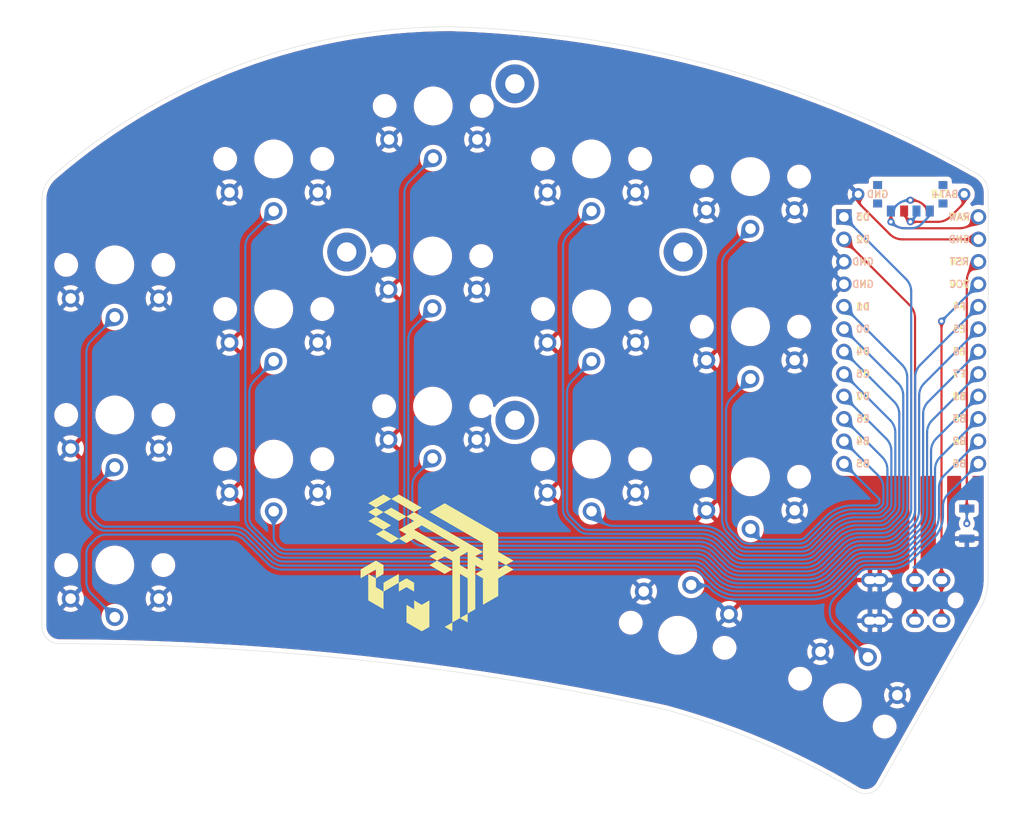
<source format=kicad_pcb>
(kicad_pcb (version 20211014) (generator pcbnew)
  (title_block (title "Clean Sweep") (date "2022-03-21") (rev "1.0") (company "lilylabs"))
  (layers (0 "F.Cu" signal) (31 "B.Cu" signal) (36 "B.SilkS" user "B.Silkscreen") (37 "F.SilkS" user "F.Silkscreen") (38 "B.Mask" user) (39 "F.Mask" user) (44 "Edge.Cuts" user))
  (net 0 "")
  (net 1 "bat+")
  (net 2 "gnd")
  (net 3 "sw18")
  (net 4 "vcc")
  (net 5 "unconnected-(PWRSW1-Pad1)")
  (net 6 "raw")
  (net 7 "rst")
  (net 8 "sw1")
  (net 9 "sw2")
  (net 10 "sw3")
  (net 11 "sw4")
  (net 12 "sw5")
  (net 13 "sw6")
  (net 14 "sw7")
  (net 15 "sw8")
  (net 16 "sw9")
  (net 17 "sw10")
  (net 18 "sw11")
  (net 19 "sw12")
  (net 20 "sw13")
  (net 21 "sw14")
  (net 22 "sw15")
  (net 23 "sw16")
  (net 24 "sw17")
  (footprint "clean-sweep:Kailh-PG1350-1u-reversible" (layer "F.Cu") (at 47 51)
    (fp_text reference "SW7" hide)
    (fp_text value "SW_Push" hide)
  )
  (footprint "clean-sweep:Kailh-PG1350-1u-reversible" (layer "F.Cu") (at 29 46)
    (fp_text reference "SW1" hide)
    (fp_text value "SW_Push" hide)
  )
  (footprint "clean-sweep:Kailh-PG1350-1u-reversible" (layer "F.Cu") (at 65.0675 28)
    (fp_text reference "SW3" hide)
    (fp_text value "SW_Push" hide)
  )
  (footprint "clean-sweep:TentingPuck" (layer "F.Cu") (at 74.314897 44.545229)
    (fp_text reference "TP1" hide)
    (fp_text value "Tenting Puck" hide)
  )
  (footprint "clean-sweep:Kailh-PG1350-1u-reversible" (layer "F.Cu") (at 83 51)
    (fp_text reference "SW9" hide)
    (fp_text value "SW_Push" hide)
  )
  (footprint "clean-sweep:Kailh-PG1350-1u-reversible" (layer "F.Cu") (at 92.750745 87.947188 165)
    (fp_text reference "SW16" hide)
    (fp_text value "SW_Push" hide)
  )
  (footprint "clean-sweep:Kailh-PG1350-1u-reversible" (layer "F.Cu") (at 47 68)
    (fp_text reference "SW12" hide)
    (fp_text value "SW_Push" hide)
  )
  (footprint "clean-sweep:Kailh-PG1350-1u-reversible" (layer "F.Cu") (at 83 34)
    (fp_text reference "SW4" hide)
    (fp_text value "SW_Push" hide)
  )
  (footprint "clean-sweep:ProMicro" (layer "F.Cu") (at 119.2 52)
    (fp_text reference "U1" hide)
    (fp_text value "ProMicro" hide)
  )
  (footprint "clean-sweep:Kailh-PG1350-1u-reversible" (layer "F.Cu") (at 29 80)
    (fp_text reference "SW11" hide)
    (fp_text value "SW_Push" hide)
  )
  (footprint "clean-sweep:Kailh-PG1350-1u-reversible" (layer "F.Cu") (at 111.405871 95.580387 150.5)
    (fp_text reference "SW17" hide)
    (fp_text value "SW_Push" hide)
  )
  (footprint "clean-sweep:Kailh-PG1350-1u-reversible" (layer "F.Cu") (at 29 63)
    (fp_text reference "SW6" hide)
    (fp_text value "SW_Push" hide)
  )
  (footprint "clean-sweep:SW_SPST_B3U-1000P-reversible" (layer "F.Cu") (at 125.5 75.3 90)
    (fp_text reference "RSW1" hide)
    (fp_text value "SW_Push" hide)
  )
  (footprint "clean-sweep:Kailh-PG1350-1u-reversible" (layer "F.Cu") (at 65 62)
    (fp_text reference "SW13" hide)
    (fp_text value "SW_Push" hide)
  )
  (footprint "clean-sweep:Kailh-PG1350-1u-reversible" (layer "F.Cu") (at 83 68)
    (fp_text reference "SW14" hide)
    (fp_text value "SW_Push" hide)
  )
  (footprint "clean-sweep:Kailh-PG1350-1u-reversible" (layer "F.Cu") (at 65 45)
    (fp_text reference "SW8" hide)
    (fp_text value "SW_Push" hide)
  )
  (footprint "clean-sweep:Kailh-PG1350-1u-reversible" (layer "F.Cu") (at 101 36)
    (fp_text reference "SW5" hide)
    (fp_text value "SW_Push" hide)
  )
  (footprint "clean-sweep:Kailh-PG1350-1u-reversible" (layer "F.Cu") (at 101 53)
    (fp_text reference "SW10" hide)
    (fp_text value "SW_Push" hide)
  )
  (footprint "clean-sweep:Bee" (layer "F.Cu") (at 65.5 80.5)
    (fp_text reference "Bee" hide)
    (fp_text value "G*****" hide)
  )
  (footprint "clean-sweep:Kailh-PG1350-1u-reversible" (layer "F.Cu") (at 47 34)
    (fp_text reference "SW2" hide)
    (fp_text value "SW_Push" hide)
  )
  (footprint "clean-sweep:TRRS-PJ-320A-reversible" (layer "F.Cu") (at 125.8325 84 -90)
    (fp_text reference "J1" hide)
    (fp_text value "TRRS" hide)
  )
  (footprint "clean-sweep:Kailh-PG1350-1u-reversible" (layer "F.Cu") (at 101 70)
    (fp_text reference "SW15" hide)
    (fp_text value "SW_Push" hide)
  )
  (footprint "clean-sweep:SW_SPDT_MSK-12C02-reversible" (layer "B.Cu") (at 119.1 38 180)
    (fp_text reference "PWRSW1" hide)
    (fp_text value "SW_SPDT" hide)
  )
  (footprint "clean-sweep:VIA-1.4mm" (layer "B.Cu") (at 119.181839 50.610244 180)
    (fp_text reference "BATGND1" hide)
    (fp_text value "MountingHole_Pad" hide)
  )
  (footprint "clean-sweep:VIA-1.4mm" (layer "B.Cu") (at 119.181839 50.610244 180)
    (fp_text reference "BAT+1" hide)
    (fp_text value "MountingHole_Pad" hide)
  )
  (gr_arc (start 91.414546 96.382519) (mid 102.534917 100.25948) (end 113.022946 105.616226) (layer "Edge.Cuts") (width 0.05))
  (gr_arc (start 127.917412 81.376746) (mid 127.726539 83.152886) (end 127.064092 84.811883) (layer "Edge.Cuts") (width 0.05))
  (gr_arc (start 22.773412 88.901692) (mid 21.306273 88.292852) (end 20.749412 86.805206) (layer "Edge.Cuts") (width 0.05))
  (gr_arc (start 67.095801 19.026712) (mid 97.901446 23.752482) (end 126.691021 35.689022) (layer "Edge.Cuts") (width 0.05))
  (gr_line (start 127.917412 81.376746) (end 127.917412 37.898912) (layer "Edge.Cuts") (width 0.05))
  (gr_arc (start 22.773412 88.901692) (mid 57.293854 90.808128) (end 91.414546 96.382519) (layer "Edge.Cuts") (width 0.05))
  (gr_arc (start 20.749412 38.610478) (mid 21.107531 37.037534) (end 22.122412 35.783573) (layer "Edge.Cuts") (width 0.05))
  (gr_arc (start 22.122412 35.783573) (mid 43.098936 23.352028) (end 67.095801 19.026712) (layer "Edge.Cuts") (width 0.05))
  (gr_arc (start 126.691021 35.689022) (mid 127.611188 36.623611) (end 127.917412 37.898912) (layer "Edge.Cuts") (width 0.05))
  (gr_arc (start 115.675412 104.969838) (mid 114.479723 105.82872) (end 113.022946 105.616226) (layer "Edge.Cuts") (width 0.05))
  (gr_line (start 20.749412 86.805206) (end 20.749412 38.610478) (layer "Edge.Cuts") (width 0.05))
  (gr_line (start 115.675412 104.969838) (end 127.064092 84.811883) (layer "Edge.Cuts") (width 0.05))
  (gr_text "GND" (at 115.4 38) (layer "B.SilkS") (effects (font (size 0.8 0.8)) (justify mirror)))
  (gr_text "BAT+" (at 123 38) (layer "B.SilkS") (effects (font (size 0.8 0.8)) (justify mirror)))
  (gr_text "GND" (at 115.4 38) (layer "F.SilkS") (effects (font (size 0.8 0.8))))
  (gr_text "BAT+" (at 123 38) (layer "F.SilkS") (effects (font (size 0.8 0.8))))
  (segment (start 123.649113 40.538715) (end 124.848528 39.3393) (width 0.25) (layer "F.Cu") (net 1))
  (segment (start 125.2 38.490772) (end 125.2 38) (width 0.25) (layer "F.Cu") (net 1))
  (segment (start 119.1 41.124502) (end 122.234899 41.124502) (width 0.25) (layer "F.Cu") (net 1))
  (segment (start 118.751472 40.775974) (end 119.1 41.124502) (width 0.25) (layer "F.Cu") (net 1))
  (segment (start 118.4 39.9) (end 118.4 39.927446) (width 0.25) (layer "F.Cu") (net 1))
  (via (at 119.1 41.124502) (size 0.8) (drill 0.4) (layers "F.Cu" "B.Cu") (net 1))
  (arc (start 125.2 38.490772) (mid 125.108655 38.949992) (end 124.848528 39.3393) (width 0.25) (layer "F.Cu") (net 1))
  (arc (start 122.234899 41.124502) (mid 123.000266 40.972261) (end 123.649113 40.538715) (width 0.25) (layer "F.Cu") (net 1))
  (arc (start 118.751472 40.775974) (mid 118.491345 40.386666) (end 118.4 39.927446) (width 0.25) (layer "F.Cu") (net 1))
  (segment (start 119.8 39.9) (end 119.8 39.927446) (width 0.25) (layer "B.Cu") (net 1))
  (segment (start 119.448528 40.775974) (end 119.1 41.124502) (width 0.25) (layer "B.Cu") (net 1))
  (arc (start 119.8 39.927446) (mid 119.708655 40.386666) (end 119.448528 40.775974) (width 0.25) (layer "B.Cu") (net 1))
  (segment (start 116.78096 42.524213) (end 113.551472 39.294725) (width 0.25) (layer "F.Cu") (net 2))
  (segment (start 126.82 43.11) (end 118.195174 43.11) (width 0.25) (layer "F.Cu") (net 2))
  (segment (start 113.2 38.446197) (end 113.2 38) (width 0.25) (layer "F.Cu") (net 2))
  (arc (start 118.195174 43.11) (mid 117.429807 42.957759) (end 116.78096 42.524213) (width 0.25) (layer "F.Cu") (net 2))
  (arc (start 113.2 38.446197) (mid 113.291345 38.905417) (end 113.551472 39.294725) (width 0.25) (layer "F.Cu") (net 2))
  (segment (start 119.6325 51.990927) (end 119.6325 81.7) (width 0.25) (layer "F.Cu") (net 3))
  (segment (start 119.6325 86.3) (end 119.6325 81.7) (width 0.25) (layer "F.Cu") (net 3))
  (segment (start 111.58 43.11) (end 119.046714 50.576714) (width 0.25) (layer "F.Cu") (net 3))
  (arc (start 119.046714 50.576714) (mid 119.480259 51.22556) (end 119.6325 51.990927) (width 0.25) (layer "F.Cu") (net 3))
  (segment (start 122.6325 86.3) (end 122.6325 81.7) (width 0.25) (layer "F.Cu") (net 4))
  (segment (start 122.6325 81.7) (end 122.6325 52.3775) (width 0.25) (layer "F.Cu") (net 4))
  (via (at 122.6325 52.3775) (size 0.8) (drill 0.4) (layers "F.Cu" "B.Cu") (net 4))
  (segment (start 126.82 48.19) (end 122.6325 52.3775) (width 0.25) (layer "B.Cu") (net 4))
  (segment (start 120.661285 39.261285) (end 121.3 39.9) (width 0.25) (layer "F.Cu") (net 5))
  (segment (start 119.1 38.675498) (end 119.247071 38.675498) (width 0.25) (layer "F.Cu") (net 5))
  (via (at 119.1 38.675498) (size 0.8) (drill 0.4) (layers "F.Cu" "B.Cu") (net 5))
  (arc (start 120.661285 39.261285) (mid 120.012438 38.827739) (end 119.247071 38.675498) (width 0.25) (layer "F.Cu") (net 5))
  (segment (start 117.538715 39.261285) (end 116.9 39.9) (width 0.25) (layer "B.Cu") (net 5))
  (segment (start 119.1 38.675498) (end 118.952929 38.675498) (width 0.25) (layer "B.Cu") (net 5))
  (arc (start 117.538715 39.261285) (mid 118.187562 38.827739) (end 118.952929 38.675498) (width 0.25) (layer "B.Cu") (net 5))
  (segment (start 116.9 41.124502) (end 117.038725 41.263227) (width 0.25) (layer "F.Cu") (net 6))
  (segment (start 118.452938 41.849013) (end 124.71256 41.849013) (width 0.25) (layer "F.Cu") (net 6))
  (segment (start 116.9 39.9) (end 116.9 41.124502) (width 0.25) (layer "F.Cu") (net 6))
  (segment (start 126.126774 41.263226) (end 126.82 40.57) (width 0.25) (layer "F.Cu") (net 6))
  (via (at 116.9 41.124502) (size 0.8) (drill 0.4) (layers "F.Cu" "B.Cu") (net 6))
  (arc (start 124.71256 41.849013) (mid 125.477927 41.696772) (end 126.126774 41.263226) (width 0.25) (layer "F.Cu") (net 6))
  (arc (start 117.038725 41.263227) (mid 117.687571 41.696772) (end 118.452938 41.849013) (width 0.25) (layer "F.Cu") (net 6))
  (segment (start 117.038724 41.263226) (end 116.9 41.124502) (width 0.25) (layer "B.Cu") (net 6))
  (segment (start 121.3 39.9) (end 121.3 39.943328) (width 0.25) (layer "B.Cu") (net 6))
  (segment (start 119.228629 41.849013) (end 118.452938 41.849013) (width 0.25) (layer "B.Cu") (net 6))
  (segment (start 120.948528 40.791856) (end 120.36 41.380384) (width 0.25) (layer "B.Cu") (net 6))
  (arc (start 120.948528 40.791856) (mid 121.208655 40.402548) (end 121.3 39.943328) (width 0.25) (layer "B.Cu") (net 6))
  (arc (start 118.452938 41.849013) (mid 117.687571 41.696772) (end 117.038724 41.263226) (width 0.25) (layer "B.Cu") (net 6))
  (arc (start 120.36 41.380384) (mid 119.840923 41.72722) (end 119.228629 41.849013) (width 0.25) (layer "B.Cu") (net 6))
  (segment (start 125.5 73.6) (end 125.5 47.798427) (width 0.25) (layer "F.Cu") (net 7))
  (segment (start 125.5 73.6) (end 125.5 75.3) (width 0.25) (layer "F.Cu") (net 7))
  (segment (start 126.085787 46.384213) (end 126.82 45.65) (width 0.25) (layer "F.Cu") (net 7))
  (via (at 125.5 75.3) (size 0.8) (drill 0.4) (layers "F.Cu" "B.Cu") (net 7))
  (arc (start 126.085787 46.384213) (mid 125.652241 47.03306) (end 125.5 47.798427) (width 0.25) (layer "F.Cu") (net 7))
  (segment (start 125.5 73.6) (end 125.5 75.3) (width 0.25) (layer "B.Cu") (net 7))
  (segment (start 46.542363 79.417951) (end 43.871234 76.746822) (width 0.25) (layer "B.Cu") (net 8))
  (segment (start 112.690488 79.615467) (end 110.449266 81.856689) (width 0.25) (layer "B.Cu") (net 8))
  (segment (start 107.76226 82.969683) (end 99.522921 82.969683) (width 0.25) (layer "B.Cu") (net 8))
  (segment (start 120.56892 76.232083) (end 118.591423 78.20958) (width 0.25) (layer "B.Cu") (net 8))
  (segment (start 96.977336 81.915267) (end 95.534435 80.472366) (width 0.25) (layer "B.Cu") (net 8))
  (segment (start 42.315599 76.102457) (end 27.962408 76.102457) (width 0.25) (layer "B.Cu") (net 8))
  (segment (start 26.831037 75.633827) (end 26.25354 75.05633) (width 0.25) (layer "B.Cu") (net 8))
  (segment (start 25.784911 73.92496) (end 25.784911 55.943516) (width 0.25) (layer "B.Cu") (net 8))
  (segment (start 116.470103 79.088259) (end 113.96328 79.088259) (width 0.25) (layer "B.Cu") (net 8))
  (segment (start 94.544486 80.062316) (end 48.097998 80.062316) (width 0.25) (layer "B.Cu") (net 8))
  (segment (start 121.4476 67.090827) (end 121.4476 74.110762) (width 0.25) (layer "B.Cu") (net 8))
  (segment (start 26.370698 54.529302) (end 29 51.9) (width 0.25) (layer "B.Cu") (net 8))
  (segment (start 126.82 60.89) (end 122.033386 65.676614) (width 0.25) (layer "B.Cu") (net 8))
  (arc (start 25.784911 73.92496) (mid 25.906704 74.537253) (end 26.25354 75.05633) (width 0.25) (layer "B.Cu") (net 8))
  (arc (start 112.690488 79.615467) (mid 113.27445 79.225276) (end 113.96328 79.088259) (width 0.25) (layer "B.Cu") (net 8))
  (arc (start 26.370698 54.529302) (mid 25.937152 55.178149) (end 25.784911 55.943516) (width 0.25) (layer "B.Cu") (net 8))
  (arc (start 94.544486 80.062316) (mid 95.080242 80.168885) (end 95.534435 80.472366) (width 0.25) (layer "B.Cu") (net 8))
  (arc (start 110.449266 81.856689) (mid 109.216457 82.680426) (end 107.76226 82.969683) (width 0.25) (layer "B.Cu") (net 8))
  (arc (start 27.962408 76.102457) (mid 27.350114 75.980664) (end 26.831037 75.633827) (width 0.25) (layer "B.Cu") (net 8))
  (arc (start 46.542363 79.417951) (mid 47.256094 79.894851) (end 48.097998 80.062316) (width 0.25) (layer "B.Cu") (net 8))
  (arc (start 118.591423 78.20958) (mid 117.618153 78.859898) (end 116.470103 79.088259) (width 0.25) (layer "B.Cu") (net 8))
  (arc (start 121.4476 67.090827) (mid 121.599841 66.32546) (end 122.033386 65.676614) (width 0.25) (layer "B.Cu") (net 8))
  (arc (start 43.871234 76.746822) (mid 43.157503 76.269922) (end 42.315599 76.102457) (width 0.25) (layer "B.Cu") (net 8))
  (arc (start 120.56892 76.232083) (mid 121.219239 75.258813) (end 121.4476 74.110762) (width 0.25) (layer "B.Cu") (net 8))
  (arc (start 99.522921 82.969683) (mid 98.14526 82.695649) (end 96.977336 81.915267) (width 0.25) (layer "B.Cu") (net 8))
  (segment (start 116.263393 78.189219) (end 113.75657 78.189219) (width 0.25) (layer "B.Cu") (net 9))
  (segment (start 47.031917 78.636068) (end 44.253108 75.857259) (width 0.25) (layer "B.Cu") (net 9))
  (segment (start 112.200935 78.833584) (end 109.959712 81.074807) (width 0.25) (layer "B.Cu") (net 9))
  (segment (start 120.54856 62.909867) (end 120.54856 73.904052) (width 0.25) (layer "B.Cu") (net 9))
  (segment (start 119.787037 75.74253) (end 118.10187 77.427697) (width 0.25) (layer "B.Cu") (net 9))
  (segment (start 126.82 55.81) (end 121.134346 61.495654) (width 0.25) (layer "B.Cu") (net 9))
  (segment (start 107.555549 82.070643) (end 99.729631 82.070643) (width 0.25) (layer "B.Cu") (net 9))
  (segment (start 44.370266 42.529734) (end 47 39.9) (width 0.25) (layer "B.Cu") (net 9))
  (segment (start 43.784479 74.725888) (end 43.784479 43.943948) (width 0.25) (layer "B.Cu") (net 9))
  (segment (start 97.466889 81.133384) (end 96.023989 79.690484) (width 0.25) (layer "B.Cu") (net 9))
  (segment (start 94.751197 79.163276) (end 48.304709 79.163276) (width 0.25) (layer "B.Cu") (net 9))
  (arc (start 44.370266 42.529734) (mid 43.93672 43.178581) (end 43.784479 43.943948) (width 0.25) (layer "B.Cu") (net 9))
  (arc (start 47.031917 78.636068) (mid 47.615879 79.026259) (end 48.304709 79.163276) (width 0.25) (layer "B.Cu") (net 9))
  (arc (start 109.959712 81.074807) (mid 108.856673 81.811834) (end 107.555549 82.070643) (width 0.25) (layer "B.Cu") (net 9))
  (arc (start 112.200935 78.833584) (mid 112.914666 78.356684) (end 113.75657 78.189219) (width 0.25) (layer "B.Cu") (net 9))
  (arc (start 94.751197 79.163276) (mid 95.440027 79.300293) (end 96.023989 79.690484) (width 0.25) (layer "B.Cu") (net 9))
  (arc (start 120.54856 73.904052) (mid 120.350647 74.899029) (end 119.787037 75.74253) (width 0.25) (layer "B.Cu") (net 9))
  (arc (start 116.263393 78.189219) (mid 117.25837 77.991306) (end 118.10187 77.427697) (width 0.25) (layer "B.Cu") (net 9))
  (arc (start 120.54856 62.909867) (mid 120.700801 62.1445) (end 121.134346 61.495654) (width 0.25) (layer "B.Cu") (net 9))
  (arc (start 44.253108 75.857259) (mid 43.906272 75.338182) (end 43.784479 74.725888) (width 0.25) (layer "B.Cu") (net 9))
  (arc (start 97.466889 81.133384) (mid 98.505044 81.827057) (end 99.729631 82.070643) (width 0.25) (layer "B.Cu") (net 9))
  (segment (start 96.758318 78.517659) (end 98.201219 79.96056) (width 0.25) (layer "B.Cu") (net 10))
  (segment (start 118.614213 47.604213) (end 111.58 40.57) (width 0.25) (layer "B.Cu") (net 10))
  (segment (start 109.225382 79.901982) (end 111.466605 77.66076) (width 0.25) (layer "B.Cu") (net 10))
  (segment (start 61.793355 37.935072) (end 61.793355 75.630603) (width 0.25) (layer "B.Cu") (net 10))
  (segment (start 119.2 73.593986) (end 119.2 49.018427) (width 0.25) (layer "B.Cu") (net 10))
  (segment (start 63.977468 77.814716) (end 95.061262 77.814716) (width 0.25) (layer "B.Cu") (net 10))
  (segment (start 117.36754 76.254873) (end 118.614213 75.0082) (width 0.25) (layer "B.Cu") (net 10))
  (segment (start 113.446504 76.840659) (end 115.953327 76.840659) (width 0.25) (layer "B.Cu") (net 10))
  (segment (start 100.039697 80.722083) (end 107.245483 80.722083) (width 0.25) (layer "B.Cu") (net 10))
  (segment (start 65 33.9) (end 62.379142 36.520858) (width 0.25) (layer "B.Cu") (net 10))
  (segment (start 62.320563 76.903395) (end 62.704676 77.287508) (width 0.25) (layer "B.Cu") (net 10))
  (arc (start 61.793355 75.630603) (mid 61.930372 76.319433) (end 62.320563 76.903395) (width 0.25) (layer "B.Cu") (net 10))
  (arc (start 111.466605 77.66076) (mid 112.37499 77.053796) (end 113.446504 76.840659) (width 0.25) (layer "B.Cu") (net 10))
  (arc (start 62.704676 77.287508) (mid 63.288638 77.677699) (end 63.977468 77.814716) (width 0.25) (layer "B.Cu") (net 10))
  (arc (start 95.061262 77.814716) (mid 95.979702 77.997405) (end 96.758318 78.517659) (width 0.25) (layer "B.Cu") (net 10))
  (arc (start 118.614213 75.0082) (mid 119.047759 74.359353) (end 119.2 73.593986) (width 0.25) (layer "B.Cu") (net 10))
  (arc (start 62.379142 36.520858) (mid 61.945596 37.169705) (end 61.793355 37.935072) (width 0.25) (layer "B.Cu") (net 10))
  (arc (start 115.953327 76.840659) (mid 116.718694 76.688418) (end 117.36754 76.254873) (width 0.25) (layer "B.Cu") (net 10))
  (arc (start 107.245483 80.722083) (mid 108.316997 80.508946) (end 109.225382 79.901982) (width 0.25) (layer "B.Cu") (net 10))
  (arc (start 98.201219 79.96056) (mid 99.04472 80.524169) (end 100.039697 80.722083) (width 0.25) (layer "B.Cu") (net 10))
  (arc (start 118.614213 47.604213) (mid 119.047759 48.25306) (end 119.2 49.018427) (width 0.25) (layer "B.Cu") (net 10))
  (segment (start 106.935417 79.373523) (end 100.349763 79.373523) (width 0.25) (layer "B.Cu") (net 11))
  (segment (start 110.732275 76.487935) (end 108.491052 78.729158) (width 0.25) (layer "B.Cu") (net 11))
  (segment (start 111.58 55.81) (end 117.265654 61.495654) (width 0.25) (layer "B.Cu") (net 11))
  (segment (start 117.441389 74.27387) (end 116.63321 75.082049) (width 0.25) (layer "B.Cu") (net 11))
  (segment (start 115.643261 75.492099) (end 113.136438 75.492099) (width 0.25) (layer "B.Cu") (net 11))
  (segment (start 117.85144 62.909867) (end 117.85144 73.28392) (width 0.25) (layer "B.Cu") (net 11))
  (segment (start 80.350275 42.549725) (end 83 39.9) (width 0.25) (layer "B.Cu") (net 11))
  (segment (start 98.935549 78.787736) (end 97.492648 77.344835) (width 0.25) (layer "B.Cu") (net 11))
  (segment (start 79.764488 73.658211) (end 79.764488 43.963939) (width 0.25) (layer "B.Cu") (net 11))
  (segment (start 95.371328 76.466156) (end 82.572433 76.466156) (width 0.25) (layer "B.Cu") (net 11))
  (segment (start 81.441062 75.997527) (end 80.233117 74.789582) (width 0.25) (layer "B.Cu") (net 11))
  (arc (start 110.732275 76.487935) (mid 111.835314 75.750908) (end 113.136438 75.492099) (width 0.25) (layer "B.Cu") (net 11))
  (arc (start 117.85144 73.28392) (mid 117.744871 73.819677) (end 117.441389 74.27387) (width 0.25) (layer "B.Cu") (net 11))
  (arc (start 98.935549 78.787736) (mid 99.584396 79.221282) (end 100.349763 79.373523) (width 0.25) (layer "B.Cu") (net 11))
  (arc (start 116.63321 75.082049) (mid 116.179017 75.38553) (end 115.643261 75.492099) (width 0.25) (layer "B.Cu") (net 11))
  (arc (start 106.935417 79.373523) (mid 107.777321 79.206058) (end 108.491052 78.729158) (width 0.25) (layer "B.Cu") (net 11))
  (arc (start 79.764488 73.658211) (mid 79.886281 74.270504) (end 80.233117 74.789582) (width 0.25) (layer "B.Cu") (net 11))
  (arc (start 117.85144 62.909867) (mid 117.699199 62.1445) (end 117.265654 61.495654) (width 0.25) (layer "B.Cu") (net 11))
  (arc (start 97.492648 77.344835) (mid 96.519378 76.694517) (end 95.371328 76.466156) (width 0.25) (layer "B.Cu") (net 11))
  (arc (start 80.350275 42.549725) (mid 79.916729 43.198572) (end 79.764488 43.963939) (width 0.25) (layer "B.Cu") (net 11))
  (arc (start 82.572433 76.466156) (mid 81.96014 76.344363) (end 81.441062 75.997527) (width 0.25) (layer "B.Cu") (net 11))
  (segment (start 97.783184 74.816947) (end 97.783184 45.945243) (width 0.25) (layer "B.Cu") (net 12))
  (segment (start 98.368971 44.531029) (end 101 41.9) (width 0.25) (layer "B.Cu") (net 12))
  (segment (start 116.50288 69.181307) (end 116.50288 72.973854) (width 0.25) (layer "B.Cu") (net 12))
  (segment (start 115.333195 74.143539) (end 112.826372 74.143539) (width 0.25) (layer "B.Cu") (net 12))
  (segment (start 106.625351 78.024963) (end 100.659829 78.024963) (width 0.25) (layer "B.Cu") (net 12))
  (segment (start 109.997945 75.315111) (end 107.756722 77.556334) (width 0.25) (layer "B.Cu") (net 12))
  (segment (start 111.58 63.43) (end 115.917094 67.767094) (width 0.25) (layer "B.Cu") (net 12))
  (segment (start 116.268565 73.53954) (end 115.89888 73.909225) (width 0.25) (layer "B.Cu") (net 12))
  (segment (start 99.669879 77.614912) (end 98.427549 76.372582) (width 0.25) (layer "B.Cu") (net 12))
  (arc (start 97.783184 74.816947) (mid 97.950649 75.658851) (end 98.427549 76.372582) (width 0.25) (layer "B.Cu") (net 12))
  (arc (start 112.826372 74.143539) (mid 111.295639 74.448021) (end 109.997945 75.315111) (width 0.25) (layer "B.Cu") (net 12))
  (arc (start 97.783184 45.945243) (mid 97.935425 45.179876) (end 98.368971 44.531029) (width 0.25) (layer "B.Cu") (net 12))
  (arc (start 106.625351 78.024963) (mid 107.237644 77.90317) (end 107.756722 77.556334) (width 0.25) (layer "B.Cu") (net 12))
  (arc (start 115.333195 74.143539) (mid 115.639341 74.082643) (end 115.89888 73.909225) (width 0.25) (layer "B.Cu") (net 12))
  (arc (start 116.50288 69.181307) (mid 116.350639 68.41594) (end 115.917094 67.767094) (width 0.25) (layer "B.Cu") (net 12))
  (arc (start 100.659829 78.024963) (mid 100.124072 77.918394) (end 99.669879 77.614912) (width 0.25) (layer "B.Cu") (net 12))
  (arc (start 116.268565 73.53954) (mid 116.441984 73.280001) (end 116.50288 72.973854) (width 0.25) (layer "B.Cu") (net 12))
  (segment (start 126.82 58.35) (end 121.583866 63.586134) (width 0.25) (layer "B.Cu") (net 13))
  (segment (start 26.820218 71.079782) (end 29 68.9) (width 0.25) (layer "B.Cu") (net 13))
  (segment (start 120.99808 65.000347) (end 120.99808 74.007407) (width 0.25) (layer "B.Cu") (net 13))
  (segment (start 94.647841 79.612796) (end 48.201352 79.612796) (width 0.25) (layer "B.Cu") (net 13))
  (segment (start 120.177979 75.987306) (end 118.346647 77.818638) (width 0.25) (layer "B.Cu") (net 13))
  (segment (start 42.418953 75.652937) (end 28.065763 75.652937) (width 0.25) (layer "B.Cu") (net 13))
  (segment (start 27.075813 75.242886) (end 26.644481 74.811554) (width 0.25) (layer "B.Cu") (net 13))
  (segment (start 26.234431 73.821605) (end 26.234431 72.493996) (width 0.25) (layer "B.Cu") (net 13))
  (segment (start 46.787138 79.027009) (end 44.116009 76.35588) (width 0.25) (layer "B.Cu") (net 13))
  (segment (start 107.658904 82.520163) (end 99.626276 82.520163) (width 0.25) (layer "B.Cu") (net 13))
  (segment (start 97.222113 81.524326) (end 95.779212 80.081425) (width 0.25) (layer "B.Cu") (net 13))
  (segment (start 112.445712 79.224525) (end 110.204488 81.465748) (width 0.25) (layer "B.Cu") (net 13))
  (segment (start 116.366748 78.638739) (end 113.859925 78.638739) (width 0.25) (layer "B.Cu") (net 13))
  (arc (start 26.234431 72.493996) (mid 26.386672 71.728629) (end 26.820218 71.079782) (width 0.25) (layer "B.Cu") (net 13))
  (arc (start 46.787138 79.027009) (mid 47.435985 79.460555) (end 48.201352 79.612796) (width 0.25) (layer "B.Cu") (net 13))
  (arc (start 44.116009 76.35588) (mid 43.337393 75.835626) (end 42.418953 75.652937) (width 0.25) (layer "B.Cu") (net 13))
  (arc (start 118.346647 77.818638) (mid 117.438262 78.425602) (end 116.366748 78.638739) (width 0.25) (layer "B.Cu") (net 13))
  (arc (start 99.626276 82.520163) (mid 98.325152 82.261353) (end 97.222113 81.524326) (width 0.25) (layer "B.Cu") (net 13))
  (arc (start 112.445712 79.224525) (mid 113.094558 78.79098) (end 113.859925 78.638739) (width 0.25) (layer "B.Cu") (net 13))
  (arc (start 120.99808 74.007407) (mid 120.784943 75.078921) (end 120.177979 75.987306) (width 0.25) (layer "B.Cu") (net 13))
  (arc (start 26.644481 74.811554) (mid 26.341 74.357361) (end 26.234431 73.821605) (width 0.25) (layer "B.Cu") (net 13))
  (arc (start 107.658904 82.520163) (mid 109.036564 82.246129) (end 110.204488 81.465748) (width 0.25) (layer "B.Cu") (net 13))
  (arc (start 27.075813 75.242886) (mid 27.530006 75.546368) (end 28.065763 75.652937) (width 0.25) (layer "B.Cu") (net 13))
  (arc (start 95.779212 80.081425) (mid 95.260135 79.734589) (end 94.647841 79.612796) (width 0.25) (layer "B.Cu") (net 13))
  (arc (start 120.99808 65.000347) (mid 121.150321 64.23498) (end 121.583866 63.586134) (width 0.25) (layer "B.Cu") (net 13))
  (segment (start 119.396096 75.497753) (end 117.857093 77.036756) (width 0.25) (layer "B.Cu") (net 14))
  (segment (start 44.819786 59.080214) (end 47 56.9) (width 0.25) (layer "B.Cu") (net 14))
  (segment (start 97.711666 80.742443) (end 96.268765 79.299542) (width 0.25) (layer "B.Cu") (net 14))
  (segment (start 94.854552 78.713756) (end 48.408065 78.713756) (width 0.25) (layer "B.Cu") (net 14))
  (segment (start 44.233999 74.622533) (end 44.233999 60.494428) (width 0.25) (layer "B.Cu") (net 14))
  (segment (start 111.956158 78.442643) (end 109.714936 80.683865) (width 0.25) (layer "B.Cu") (net 14))
  (segment (start 126.82 53.27) (end 120.684826 59.405174) (width 0.25) (layer "B.Cu") (net 14))
  (segment (start 107.452195 81.621123) (end 99.832987 81.621123) (width 0.25) (layer "B.Cu") (net 14))
  (segment (start 47.276694 78.245127) (end 44.644049 75.612482) (width 0.25) (layer "B.Cu") (net 14))
  (segment (start 120.09904 60.819387) (end 120.09904 73.800696) (width 0.25) (layer "B.Cu") (net 14))
  (segment (start 116.160037 77.739699) (end 113.653215 77.739699) (width 0.25) (layer "B.Cu") (net 14))
  (arc (start 94.854552 78.713756) (mid 95.619919 78.865997) (end 96.268765 79.299542) (width 0.25) (layer "B.Cu") (net 14))
  (arc (start 99.832987 81.621123) (mid 98.684936 81.392761) (end 97.711666 80.742443) (width 0.25) (layer "B.Cu") (net 14))
  (arc (start 116.160037 77.739699) (mid 117.078477 77.55701) (end 117.857093 77.036756) (width 0.25) (layer "B.Cu") (net 14))
  (arc (start 44.233999 74.622533) (mid 44.340568 75.158289) (end 44.644049 75.612482) (width 0.25) (layer "B.Cu") (net 14))
  (arc (start 120.684826 59.405174) (mid 120.251281 60.05402) (end 120.09904 60.819387) (width 0.25) (layer "B.Cu") (net 14))
  (arc (start 120.09904 73.800696) (mid 119.916351 74.719137) (end 119.396096 75.497753) (width 0.25) (layer "B.Cu") (net 14))
  (arc (start 107.452195 81.621123) (mid 108.676782 81.377538) (end 109.714936 80.683865) (width 0.25) (layer "B.Cu") (net 14))
  (arc (start 113.653215 77.739699) (mid 112.734774 77.922388) (end 111.956158 78.442643) (width 0.25) (layer "B.Cu") (net 14))
  (arc (start 44.233999 60.494428) (mid 44.38624 59.729061) (end 44.819786 59.080214) (width 0.25) (layer "B.Cu") (net 14))
  (arc (start 48.408065 78.713756) (mid 47.795772 78.591963) (end 47.276694 78.245127) (width 0.25) (layer "B.Cu") (net 14))
  (segment (start 118.223272 74.763423) (end 117.122764 75.863931) (width 0.25) (layer "B.Cu") (net 15))
  (segment (start 111.58 50.73) (end 118.164694 57.314694) (width 0.25) (layer "B.Cu") (net 15))
  (segment (start 111.221828 77.269819) (end 108.980606 79.511041) (width 0.25) (layer "B.Cu") (net 15))
  (segment (start 115.849972 76.391139) (end 113.343149 76.391139) (width 0.25) (layer "B.Cu") (net 15))
  (segment (start 118.75048 58.728907) (end 118.75048 73.490631) (width 0.25) (layer "B.Cu") (net 15))
  (segment (start 98.445996 79.569619) (end 97.003095 78.126718) (width 0.25) (layer "B.Cu") (net 15))
  (segment (start 62.828662 53.071338) (end 65 50.9) (width 0.25) (layer "B.Cu") (net 15))
  (segment (start 62.949453 76.896567) (end 62.711505 76.658619) (width 0.25) (layer "B.Cu") (net 15))
  (segment (start 107.142129 80.272563) (end 100.143053 80.272563) (width 0.25) (layer "B.Cu") (net 15))
  (segment (start 95.164618 77.365196) (end 64.080823 77.365196) (width 0.25) (layer "B.Cu") (net 15))
  (segment (start 62.242875 75.527248) (end 62.242875 54.485552) (width 0.25) (layer "B.Cu") (net 15))
  (arc (start 62.828662 53.071338) (mid 62.395116 53.720185) (end 62.242875 54.485552) (width 0.25) (layer "B.Cu") (net 15))
  (arc (start 113.343149 76.391139) (mid 112.195098 76.619501) (end 111.221828 77.269819) (width 0.25) (layer "B.Cu") (net 15))
  (arc (start 62.949453 76.896567) (mid 63.46853 77.243403) (end 64.080823 77.365196) (width 0.25) (layer "B.Cu") (net 15))
  (arc (start 115.849972 76.391139) (mid 116.538802 76.254122) (end 117.122764 75.863931) (width 0.25) (layer "B.Cu") (net 15))
  (arc (start 100.143053 80.272563) (mid 99.224612 80.089874) (end 98.445996 79.569619) (width 0.25) (layer "B.Cu") (net 15))
  (arc (start 95.164618 77.365196) (mid 96.159595 77.563109) (end 97.003095 78.126718) (width 0.25) (layer "B.Cu") (net 15))
  (arc (start 107.142129 80.272563) (mid 108.137106 80.07465) (end 108.980606 79.511041) (width 0.25) (layer "B.Cu") (net 15))
  (arc (start 118.75048 73.490631) (mid 118.613463 74.179461) (end 118.223272 74.763423) (width 0.25) (layer "B.Cu") (net 15))
  (arc (start 62.711505 76.658619) (mid 62.364668 76.139542) (end 62.242875 75.527248) (width 0.25) (layer "B.Cu") (net 15))
  (arc (start 118.164694 57.314694) (mid 118.598239 57.96354) (end 118.75048 58.728907) (width 0.25) (layer "B.Cu") (net 15))
  (segment (start 81.685838 75.606585) (end 80.624058 74.544805) (width 0.25) (layer "B.Cu") (net 16))
  (segment (start 99.180326 78.396795) (end 97.737425 76.953894) (width 0.25) (layer "B.Cu") (net 16))
  (segment (start 115.539906 75.042579) (end 113.033083 75.042579) (width 0.25) (layer "B.Cu") (net 16))
  (segment (start 117.40192 65.000347) (end 117.40192 73.180565) (width 0.25) (layer "B.Cu") (net 16))
  (segment (start 117.050448 74.029093) (end 116.388434 74.691107) (width 0.25) (layer "B.Cu") (net 16))
  (segment (start 80.799795 59.100205) (end 83 56.9) (width 0.25) (layer "B.Cu") (net 16))
  (segment (start 106.832063 78.924003) (end 100.453118 78.924003) (width 0.25) (layer "B.Cu") (net 16))
  (segment (start 95.474684 76.016636) (end 82.675788 76.016636) (width 0.25) (layer "B.Cu") (net 16))
  (segment (start 111.58 58.35) (end 116.816134 63.586134) (width 0.25) (layer "B.Cu") (net 16))
  (segment (start 80.214008 73.554856) (end 80.214008 60.514419) (width 0.25) (layer "B.Cu") (net 16))
  (segment (start 110.487498 76.096995) (end 108.246276 78.338217) (width 0.25) (layer "B.Cu") (net 16))
  (arc (start 117.40192 65.000347) (mid 117.249679 64.23498) (end 116.816134 63.586134) (width 0.25) (layer "B.Cu") (net 16))
  (arc (start 97.737425 76.953894) (mid 96.699271 76.260222) (end 95.474684 76.016636) (width 0.25) (layer "B.Cu") (net 16))
  (arc (start 80.624058 74.544805) (mid 80.320577 74.090612) (end 80.214008 73.554856) (width 0.25) (layer "B.Cu") (net 16))
  (arc (start 113.033083 75.042579) (mid 111.655422 75.316613) (end 110.487498 76.096995) (width 0.25) (layer "B.Cu") (net 16))
  (arc (start 99.180326 78.396795) (mid 99.764288 78.786986) (end 100.453118 78.924003) (width 0.25) (layer "B.Cu") (net 16))
  (arc (start 106.832063 78.924003) (mid 107.59743 78.771762) (end 108.246276 78.338217) (width 0.25) (layer "B.Cu") (net 16))
  (arc (start 115.539906 75.042579) (mid 115.999126 74.951234) (end 116.388434 74.691107) (width 0.25) (layer "B.Cu") (net 16))
  (arc (start 117.40192 73.180565) (mid 117.310575 73.639785) (end 117.050448 74.029093) (width 0.25) (layer "B.Cu") (net 16))
  (arc (start 80.799795 59.100205) (mid 80.366249 59.749052) (end 80.214008 60.514419) (width 0.25) (layer "B.Cu") (net 16))
  (arc (start 81.685838 75.606585) (mid 82.140031 75.910067) (end 82.675788 76.016636) (width 0.25) (layer "B.Cu") (net 16))
  (segment (start 116.05336 71.271787) (end 116.05336 72.870499) (width 0.25) (layer "B.Cu") (net 17))
  (segment (start 98.818491 61.081509) (end 101 58.9) (width 0.25) (layer "B.Cu") (net 17))
  (segment (start 106.521997 77.575443) (end 100.763184 77.575443) (width 0.25) (layer "B.Cu") (net 17))
  (segment (start 115.22984 73.694019) (end 112.723017 73.694019) (width 0.25) (layer "B.Cu") (net 17))
  (segment (start 111.58 65.97) (end 115.467574 69.857574) (width 0.25) (layer "B.Cu") (net 17))
  (segment (start 99.914656 77.223971) (end 98.81849 76.127805) (width 0.25) (layer "B.Cu") (net 17))
  (segment (start 98.232704 74.713592) (end 98.232704 62.495723) (width 0.25) (layer "B.Cu") (net 17))
  (segment (start 109.753168 74.924171) (end 107.511946 77.165393) (width 0.25) (layer "B.Cu") (net 17))
  (segment (start 115.877624 73.294763) (end 115.654104 73.518283) (width 0.25) (layer "B.Cu") (net 17))
  (arc (start 109.753168 74.924171) (mid 111.115746 74.013725) (end 112.723017 73.694019) (width 0.25) (layer "B.Cu") (net 17))
  (arc (start 115.877624 73.294763) (mid 116.007688 73.100109) (end 116.05336 72.870499) (width 0.25) (layer "B.Cu") (net 17))
  (arc (start 115.467574 69.857574) (mid 115.901119 70.50642) (end 116.05336 71.271787) (width 0.25) (layer "B.Cu") (net 17))
  (arc (start 98.232704 62.495723) (mid 98.384945 61.730356) (end 98.818491 61.081509) (width 0.25) (layer "B.Cu") (net 17))
  (arc (start 98.232704 74.713592) (mid 98.384945 75.478959) (end 98.81849 76.127805) (width 0.25) (layer "B.Cu") (net 17))
  (arc (start 100.763184 77.575443) (mid 100.303964 77.484098) (end 99.914656 77.223971) (width 0.25) (layer "B.Cu") (net 17))
  (arc (start 106.521997 77.575443) (mid 107.057753 77.468874) (end 107.511946 77.165393) (width 0.25) (layer "B.Cu") (net 17))
  (arc (start 115.654104 73.518283) (mid 115.45945 73.648347) (end 115.22984 73.694019) (width 0.25) (layer "B.Cu") (net 17))
  (segment (start 26.829986 77.020606) (end 26.254593 77.595999) (width 0.25) (layer "B.Cu") (net 18))
  (segment (start 116.573459 79.537779) (end 114.066636 79.537779) (width 0.25) (layer "B.Cu") (net 18))
  (segment (start 121.897119 69.181308) (end 121.897119 74.214119) (width 0.25) (layer "B.Cu") (net 18))
  (segment (start 25.785964 78.72737) (end 25.785964 81.857537) (width 0.25) (layer "B.Cu") (net 18))
  (segment (start 26.371751 83.271751) (end 29 85.9) (width 0.25) (layer "B.Cu") (net 18))
  (segment (start 94.441131 80.511836) (end 47.994644 80.511836) (width 0.25) (layer "B.Cu") (net 18))
  (segment (start 126.82 63.43) (end 122.482905 67.767095) (width 0.25) (layer "B.Cu") (net 18))
  (segment (start 42.212245 76.551977) (end 27.961357 76.551977) (width 0.25) (layer "B.Cu") (net 18))
  (segment (start 120.95986 76.476861) (end 118.8362 78.600521) (width 0.25) (layer "B.Cu") (net 18))
  (segment (start 96.73256 82.306209) (end 95.289659 80.863308) (width 0.25) (layer "B.Cu") (net 18))
  (segment (start 46.297587 79.808892) (end 43.626458 77.137763) (width 0.25) (layer "B.Cu") (net 18))
  (segment (start 107.865615 83.419203) (end 99.419566 83.419203) (width 0.25) (layer "B.Cu") (net 18))
  (segment (start 112.935265 80.006408) (end 110.694042 82.247631) (width 0.25) (layer "B.Cu") (net 18))
  (arc (start 25.785964 81.857537) (mid 25.938205 82.622904) (end 26.371751 83.271751) (width 0.25) (layer "B.Cu") (net 18))
  (arc (start 26.254593 77.595999) (mid 25.907757 78.115076) (end 25.785964 78.72737) (width 0.25) (layer "B.Cu") (net 18))
  (arc (start 122.482905 67.767095) (mid 122.04936 68.415941) (end 121.897119 69.181308) (width 0.25) (layer "B.Cu") (net 18))
  (arc (start 94.441131 80.511836) (mid 94.900351 80.603181) (end 95.289659 80.863308) (width 0.25) (layer "B.Cu") (net 18))
  (arc (start 121.897119 74.214119) (mid 121.653533 75.438706) (end 120.95986 76.476861) (width 0.25) (layer "B.Cu") (net 18))
  (arc (start 112.935265 80.006408) (mid 113.454342 79.659572) (end 114.066636 79.537779) (width 0.25) (layer "B.Cu") (net 18))
  (arc (start 46.297587 79.808892) (mid 47.076203 80.329147) (end 47.994644 80.511836) (width 0.25) (layer "B.Cu") (net 18))
  (arc (start 43.626458 77.137763) (mid 42.977612 76.704218) (end 42.212245 76.551977) (width 0.25) (layer "B.Cu") (net 18))
  (arc (start 99.419566 83.419203) (mid 97.965369 83.129945) (end 96.73256 82.306209) (width 0.25) (layer "B.Cu") (net 18))
  (arc (start 107.865615 83.419203) (mid 109.396348 83.114721) (end 110.694042 82.247631) (width 0.25) (layer "B.Cu") (net 18))
  (arc (start 116.573459 79.537779) (mid 117.798046 79.294194) (end 118.8362 78.600521) (width 0.25) (layer "B.Cu") (net 18))
  (arc (start 26.829986 77.020606) (mid 27.349063 76.67377) (end 27.961357 76.551977) (width 0.25) (layer "B.Cu") (net 18))
  (segment (start 126.82 50.73) (end 120.235306 57.314694) (width 0.25) (layer "B.Cu") (net 19))
  (segment (start 111.711382 78.051701) (end 109.470158 80.292924) (width 0.25) (layer "B.Cu") (net 19))
  (segment (start 116.056682 77.290179) (end 113.549859 77.290179) (width 0.25) (layer "B.Cu") (net 19))
  (segment (start 107.348838 81.171603) (end 99.936342 81.171603) (width 0.25) (layer "B.Cu") (net 19))
  (segment (start 47.52147 77.854185) (end 47.41005 77.742765) (width 0.25) (layer "B.Cu") (net 19))
  (segment (start 47 76.752816) (end 47 73.9) (width 0.25) (layer "B.Cu") (net 19))
  (segment (start 97.956443 80.351502) (end 96.513542 78.908601) (width 0.25) (layer "B.Cu") (net 19))
  (segment (start 119.64952 58.728907) (end 119.64952 73.697341) (width 0.25) (layer "B.Cu") (net 19))
  (segment (start 119.005155 75.252976) (end 117.612317 76.645814) (width 0.25) (layer "B.Cu") (net 19))
  (segment (start 94.957907 78.264236) (end 48.51142 78.264236) (width 0.25) (layer "B.Cu") (net 19))
  (arc (start 109.470158 80.292924) (mid 108.496888 80.943242) (end 107.348838 81.171603) (width 0.25) (layer "B.Cu") (net 19))
  (arc (start 96.513542 78.908601) (mid 95.799811 78.431701) (end 94.957907 78.264236) (width 0.25) (layer "B.Cu") (net 19))
  (arc (start 99.936342 81.171603) (mid 98.864828 80.958466) (end 97.956443 80.351502) (width 0.25) (layer "B.Cu") (net 19))
  (arc (start 119.64952 73.697341) (mid 119.482055 74.539245) (end 119.005155 75.252976) (width 0.25) (layer "B.Cu") (net 19))
  (arc (start 116.056682 77.290179) (mid 116.898586 77.122714) (end 117.612317 76.645814) (width 0.25) (layer "B.Cu") (net 19))
  (arc (start 47.41005 77.742765) (mid 47.106569 77.288572) (end 47 76.752816) (width 0.25) (layer "B.Cu") (net 19))
  (arc (start 111.711382 78.051701) (mid 112.554882 77.488092) (end 113.549859 77.290179) (width 0.25) (layer "B.Cu") (net 19))
  (arc (start 47.52147 77.854185) (mid 47.975663 78.157667) (end 48.51142 78.264236) (width 0.25) (layer "B.Cu") (net 19))
  (arc (start 120.235306 57.314694) (mid 119.801761 57.96354) (end 119.64952 58.728907) (width 0.25) (layer "B.Cu") (net 19))
  (segment (start 117.832331 74.518646) (end 116.877987 75.47299) (width 0.25) (layer "B.Cu") (net 20))
  (segment (start 98.690773 79.178678) (end 97.247872 77.735777) (width 0.25) (layer "B.Cu") (net 20))
  (segment (start 115.746616 75.941619) (end 113.239793 75.941619) (width 0.25) (layer "B.Cu") (net 20))
  (segment (start 111.58 53.27) (end 117.715174 59.405174) (width 0.25) (layer "B.Cu") (net 20))
  (segment (start 95.267973 76.915676) (end 64.184178 76.915676) (width 0.25) (layer "B.Cu") (net 20))
  (segment (start 118.30096 60.819387) (end 118.30096 73.387275) (width 0.25) (layer "B.Cu") (net 20))
  (segment (start 107.038772 79.823043) (end 100.246408 79.823043) (width 0.25) (layer "B.Cu") (net 20))
  (segment (start 62.692395 75.423893) (end 62.692395 71.036032) (width 0.25) (layer "B.Cu") (net 20))
  (segment (start 63.278182 69.621818) (end 65 67.9) (width 0.25) (layer "B.Cu") (net 20))
  (segment (start 63.194228 76.505625) (end 63.102445 76.413842) (width 0.25) (layer "B.Cu") (net 20))
  (segment (start 110.977052 76.878877) (end 108.735828 79.1201) (width 0.25) (layer "B.Cu") (net 20))
  (arc (start 63.102445 76.413842) (mid 62.798964 75.959649) (end 62.692395 75.423893) (width 0.25) (layer "B.Cu") (net 20))
  (arc (start 64.184178 76.915676) (mid 63.648421 76.809107) (end 63.194228 76.505625) (width 0.25) (layer "B.Cu") (net 20))
  (arc (start 107.038772 79.823043) (mid 107.957212 79.640354) (end 108.735828 79.1201) (width 0.25) (layer "B.Cu") (net 20))
  (arc (start 100.246408 79.823043) (mid 99.404504 79.655578) (end 98.690773 79.178678) (width 0.25) (layer "B.Cu") (net 20))
  (arc (start 63.278182 69.621818) (mid 62.844636 70.270665) (end 62.692395 71.036032) (width 0.25) (layer "B.Cu") (net 20))
  (arc (start 113.239793 75.941619) (mid 112.015206 76.185204) (end 110.977052 76.878877) (width 0.25) (layer "B.Cu") (net 20))
  (arc (start 118.30096 60.819387) (mid 118.148719 60.05402) (end 117.715174 59.405174) (width 0.25) (layer "B.Cu") (net 20))
  (arc (start 118.30096 73.387275) (mid 118.179167 73.999568) (end 117.832331 74.518646) (width 0.25) (layer "B.Cu") (net 20))
  (arc (start 97.247872 77.735777) (mid 96.339487 77.128813) (end 95.267973 76.915676) (width 0.25) (layer "B.Cu") (net 20))
  (arc (start 115.746616 75.941619) (mid 116.358909 75.819826) (end 116.877987 75.47299) (width 0.25) (layer "B.Cu") (net 20))
  (segment (start 115.43655 74.593059) (end 112.929727 74.593059) (width 0.25) (layer "B.Cu") (net 21))
  (segment (start 95.578039 75.567116) (end 85.495543 75.567116) (width 0.25) (layer "B.Cu") (net 21))
  (segment (start 84.081329 74.981329) (end 83 73.9) (width 0.25) (layer "B.Cu") (net 21))
  (segment (start 99.425103 78.005854) (end 97.982202 76.562953) (width 0.25) (layer "B.Cu") (net 21))
  (segment (start 111.58 60.89) (end 116.366614 65.676614) (width 0.25) (layer "B.Cu") (net 21))
  (segment (start 116.9524 67.090827) (end 116.9524 73.077209) (width 0.25) (layer "B.Cu") (net 21))
  (segment (start 116.659507 73.784316) (end 116.143657 74.300166) (width 0.25) (layer "B.Cu") (net 21))
  (segment (start 110.242722 75.706052) (end 108.001498 77.947275) (width 0.25) (layer "B.Cu") (net 21))
  (segment (start 106.728706 78.474483) (end 100.556474 78.474483) (width 0.25) (layer "B.Cu") (net 21))
  (arc (start 85.495543 75.567116) (mid 84.730176 75.414875) (end 84.081329 74.981329) (width 0.25) (layer "B.Cu") (net 21))
  (arc (start 100.556474 78.474483) (mid 99.944181 78.35269) (end 99.425103 78.005854) (width 0.25) (layer "B.Cu") (net 21))
  (arc (start 116.9524 67.090827) (mid 116.800159 66.32546) (end 116.366614 65.676614) (width 0.25) (layer "B.Cu") (net 21))
  (arc (start 112.929727 74.593059) (mid 111.475531 74.882317) (end 110.242722 75.706052) (width 0.25) (layer "B.Cu") (net 21))
  (arc (start 95.578039 75.567116) (mid 96.879163 75.825926) (end 97.982202 76.562953) (width 0.25) (layer "B.Cu") (net 21))
  (arc (start 115.43655 74.593059) (mid 115.819233 74.516939) (end 116.143657 74.300166) (width 0.25) (layer "B.Cu") (net 21))
  (arc (start 106.728706 78.474483) (mid 107.417536 78.337466) (end 108.001498 77.947275) (width 0.25) (layer "B.Cu") (net 21))
  (arc (start 116.9524 73.077209) (mid 116.87628 73.459892) (end 116.659507 73.784316) (width 0.25) (layer "B.Cu") (net 21))
  (segment (start 112.619662 73.244499) (end 115.126485 73.244499) (width 0.25) (layer "B.Cu") (net 22))
  (segment (start 102.225923 77.125923) (end 106.418642 77.125923) (width 0.25) (layer "B.Cu") (net 22))
  (segment (start 115.60384 72.767144) (end 115.60384 72.699525) (width 0.25) (layer "B.Cu") (net 22))
  (segment (start 107.26717 76.774451) (end 109.508392 74.533229) (width 0.25) (layer "B.Cu") (net 22))
  (segment (start 115.486682 72.416682) (end 111.58 68.51) (width 0.25) (layer "B.Cu") (net 22))
  (segment (start 115.409328 73.127341) (end 115.486683 73.049986) (width 0.25) (layer "B.Cu") (net 22))
  (segment (start 101 75.9) (end 102.225923 77.125923) (width 0.25) (layer "B.Cu") (net 22))
  (arc (start 107.26717 76.774451) (mid 106.877862 77.034578) (end 106.418642 77.125923) (width 0.25) (layer "B.Cu") (net 22))
  (arc (start 115.486682 72.416682) (mid 115.573391 72.546451) (end 115.60384 72.699525) (width 0.25) (layer "B.Cu") (net 22))
  (arc (start 109.508392 74.533229) (mid 110.935855 73.579429) (end 112.619662 73.244499) (width 0.25) (layer "B.Cu") (net 22))
  (arc (start 115.60384 72.767144) (mid 115.573392 72.920217) (end 115.486683 73.049986) (width 0.25) (layer "B.Cu") (net 22))
  (arc (start 115.409328 73.127341) (mid 115.279559 73.21405) (end 115.126485 73.244499) (width 0.25) (layer "B.Cu") (net 22))
  (segment (start 122.346639 71.271788) (end 122.346639 74.317474) (width 0.25) (layer "B.Cu") (net 23))
  (segment (start 96.487783 82.69715) (end 96.331752 82.541119) (width 0.25) (layer "B.Cu") (net 23))
  (segment (start 126.82 65.97) (end 122.932425 69.857575) (width 0.25) (layer "B.Cu") (net 23))
  (segment (start 121.350802 76.721637) (end 119.080977 78.991462) (width 0.25) (layer "B.Cu") (net 23))
  (segment (start 95.624645 82.248226) (end 94.277777 82.248226) (width 0.25) (layer "B.Cu") (net 23))
  (segment (start 107.96897 83.868723) (end 99.31621 83.868723) (width 0.25) (layer "B.Cu") (net 23))
  (segment (start 113.180042 80.397349) (end 110.938817 82.638572) (width 0.25) (layer "B.Cu") (net 23))
  (segment (start 116.676814 79.987299) (end 114.169991 79.987299) (width 0.25) (layer "B.Cu") (net 23))
  (arc (start 107.96897 83.868723) (mid 109.57624 83.549017) (end 110.938817 82.638572) (width 0.25) (layer "B.Cu") (net 23))
  (arc (start 114.169991 79.987299) (mid 113.634235 80.093868) (end 113.180042 80.397349) (width 0.25) (layer "B.Cu") (net 23))
  (arc (start 99.31621 83.868723) (mid 97.785476 83.564241) (end 96.487783 82.69715) (width 0.25) (layer "B.Cu") (net 23))
  (arc (start 116.676814 79.987299) (mid 117.977938 79.728489) (end 119.080977 78.991462) (width 0.25) (layer "B.Cu") (net 23))
  (arc (start 121.350802 76.721637) (mid 122.087829 75.618598) (end 122.346639 74.317474) (width 0.25) (layer "B.Cu") (net 23))
  (arc (start 95.624645 82.248226) (mid 96.007328 82.324346) (end 96.331752 82.541119) (width 0.25) (layer "B.Cu") (net 23))
  (arc (start 122.346639 71.271788) (mid 122.49888 70.506421) (end 122.932425 69.857575) (width 0.25) (layer "B.Cu") (net 23))
  (segment (start 110.558927 86.693045) (end 114.31117 90.445288) (width 0.25) (layer "B.Cu") (net 24))
  (segment (start 116.780169 80.436819) (end 114.273346 80.436819) (width 0.25) (layer "B.Cu") (net 24))
  (segment (start 109.97314 85.068396) (end 109.97314 85.278831) (width 0.25) (layer "B.Cu") (net 24))
  (segment (start 126.82 68.51) (end 123.381945 71.948055) (width 0.25) (layer "B.Cu") (net 24))
  (segment (start 122.796159 73.362268) (end 122.796159 74.420829) (width 0.25) (layer "B.Cu") (net 24))
  (segment (start 121.741743 76.966414) (end 119.325753 79.382404) (width 0.25) (layer "B.Cu") (net 24))
  (segment (start 113.424818 80.788291) (end 110.558926 83.654183) (width 0.25) (layer "B.Cu") (net 24))
  (arc (start 110.558926 83.654183) (mid 110.125381 84.303029) (end 109.97314 85.068396) (width 0.25) (layer "B.Cu") (net 24))
  (arc (start 110.558927 86.693045) (mid 110.125381 86.044198) (end 109.97314 85.278831) (width 0.25) (layer "B.Cu") (net 24))
  (arc (start 113.424818 80.788291) (mid 113.814126 80.528164) (end 114.273346 80.436819) (width 0.25) (layer "B.Cu") (net 24))
  (arc (start 119.325753 79.382404) (mid 118.157829 80.162786) (end 116.780169 80.436819) (width 0.25) (layer "B.Cu") (net 24))
  (arc (start 122.796159 74.420829) (mid 122.522125 75.79849) (end 121.741743 76.966414) (width 0.25) (layer "B.Cu") (net 24))
  (arc (start 122.796159 73.362268) (mid 122.9484 72.596901) (end 123.381945 71.948055) (width 0.25) (layer "B.Cu") (net 24))
  (zone (net 7) (net_name "rst") (layer "F.Cu") (priority 16962) (connect_pads yes (clearance 0)) (min_thickness 0.0254) (fill yes (thermal_gap 0.508) (thermal_bridge_width 0.508))
    (polygon (pts (xy 125.375 72.71) (xy 125.370953 72.812503) (xy 125.359367 72.89797) (xy 125.341072 72.970028) (xy 125.316901 73.032307) (xy 125.287684 73.088436) (xy 125.254252 73.142044) (xy 125.217436 73.19676) (xy 125.178068 73.256214) (xy 125.136979 73.324034) (xy 125.095 73.40385) (xy 125.5 73.825) (xy 125.905 73.40385) (xy 125.86302 73.324034) (xy 125.821931 73.256214) (xy 125.782563 73.19676) (xy 125.745747 73.142044) (xy 125.712315 73.088436) (xy 125.683098 73.032307) (xy 125.658927 72.970028) (xy 125.640632 72.89797) (xy 125.629046 72.812503) (xy 125.625 72.71)))
  )
  (zone (net 1) (net_name "bat+") (layer "F.Cu") (priority 16962) (connect_pads yes (clearance 0)) (min_thickness 0.0254) (fill yes (thermal_gap 0.508) (thermal_bridge_width 0.508))
    (polygon (pts (xy 119.89 40.999502) (xy 119.799538 40.996235) (xy 119.723777 40.986843) (xy 119.65961 40.971937) (xy 119.603935 40.952127) (xy 119.553647 40.928025) (xy 119.50564 40.90024) (xy 119.456812 40.869385) (xy 119.404058 40.836069) (xy 119.344274 40.800905) (xy 119.274355 40.764502) (xy 118.9 41.124502) (xy 119.274355 41.484502) (xy 119.344274 41.448098) (xy 119.404058 41.412934) (xy 119.456812 41.379618) (xy 119.50564 41.348763) (xy 119.553647 41.320978) (xy 119.603935 41.296876) (xy 119.65961 41.277066) (xy 119.723777 41.26216) (xy 119.799538 41.252768) (xy 119.89 41.249502)))
  )
  (zone (net 2) (net_name "gnd") (layer "F.Cu") (priority 16962) (connect_pads yes (clearance 0)) (min_thickness 0.0254) (fill yes (thermal_gap 0.508) (thermal_bridge_width 0.508))
    (polygon (pts (xy 125.0737 43.235) (xy 125.279955 43.245696) (xy 125.448992 43.27598) (xy 125.588948 43.323146) (xy 125.707963 43.384488) (xy 125.814174 43.457299) (xy 125.91572 43.538873) (xy 126.020741 43.626503) (xy 126.137373 43.717483) (xy 126.273757 43.809108) (xy 126.43803 43.89867) (xy 127.25815 43.11) (xy 126.43803 42.32133) (xy 126.273757 42.410891) (xy 126.137373 42.502516) (xy 126.020741 42.593496) (xy 125.91572 42.681126) (xy 125.814174 42.7627) (xy 125.707963 42.835511) (xy 125.588948 42.896853) (xy 125.448992 42.944019) (xy 125.279955 42.974303) (xy 125.0737 42.985)))
  )
  (zone (net 6) (net_name "raw") (layer "F.Cu") (priority 16962) (connect_pads yes (clearance 0)) (min_thickness 0.0254) (fill yes (thermal_gap 0.508) (thermal_bridge_width 0.508))
    (polygon (pts (xy 125.435735 41.847187) (xy 125.660831 41.7698) (xy 125.852819 41.711425) (xy 126.019287 41.667637) (xy 126.167826 41.63401) (xy 126.306026 41.606117) (xy 126.441476 41.579533) (xy 126.581766 41.549832) (xy 126.734487 41.512587) (xy 126.907228 41.463374) (xy 127.10758 41.397767) (xy 127.129818 40.260182) (xy 125.992233 40.28242) (xy 125.941008 40.46255) (xy 125.90997 40.633125) (xy 125.89047 40.793799) (xy 125.873862 40.944224) (xy 125.851496 41.084052) (xy 125.814727 41.212938) (xy 125.754906 41.330534) (xy 125.663387 41.436492) (xy 125.531521 41.530466) (xy 125.350661 41.612109)))
  )
  (zone (net 3) (net_name "sw18") (layer "F.Cu") (priority 16962) (connect_pads yes (clearance 0)) (min_thickness 0.0254) (fill yes (thermal_gap 0.508) (thermal_bridge_width 0.508))
    (polygon (pts (xy 119.5075 84.71) (xy 119.49798 84.897261) (xy 119.471007 85.050968) (xy 119.428961 85.178444) (xy 119.374221 85.287008) (xy 119.309168 85.383984) (xy 119.236182 85.476693) (xy 119.157642 85.572456) (xy 119.075928 85.678595) (xy 118.993421 85.802432) (xy 118.9125 85.951289) (xy 119.6325 86.7) (xy 120.3525 85.951289) (xy 120.271578 85.802432) (xy 120.189071 85.678595) (xy 120.107357 85.572456) (xy 120.028817 85.476693) (xy 119.955831 85.383984) (xy 119.890778 85.287008) (xy 119.836038 85.178444) (xy 119.793992 85.050968) (xy 119.767019 84.897261) (xy 119.7575 84.71)))
  )
  (zone (net 6) (net_name "raw") (layer "F.Cu") (priority 16962) (connect_pads yes (clearance 0)) (min_thickness 0.0254) (fill yes (thermal_gap 0.508) (thermal_bridge_width 0.508))
    (polygon (pts (xy 117.586445 41.511773) (xy 117.513097 41.468354) (xy 117.457014 41.424188) (xy 117.415202 41.378691) (xy 117.384667 41.331278) (xy 117.362413 41.281367) (xy 117.345446 41.228371) (xy 117.330772 41.171709) (xy 117.315395 41.110795) (xy 117.296321 41.045045) (xy 117.270556 40.973877) (xy 116.751458 40.99058) (xy 116.788436 41.508628) (xy 116.870588 41.531249) (xy 116.942044 41.548956) (xy 117.005656 41.563579) (xy 117.064277 41.576951) (xy 117.120758 41.590903) (xy 117.177953 41.607267) (xy 117.238714 41.627875) (xy 117.305893 41.654558) (xy 117.382343 41.689148) (xy 117.470917 41.733477)))
  )
  (zone (net 1) (net_name "bat+") (layer "F.Cu") (priority 16962) (connect_pads yes (clearance 0)) (min_thickness 0.0254) (fill yes (thermal_gap 0.508) (thermal_bridge_width 0.508))
    (polygon (pts (xy 118.80132 40.646988) (xy 118.749346 40.580012) (xy 118.717191 40.517645) (xy 118.702016 40.458532) (xy 118.700989 40.401319) (xy 118.711273 40.34465) (xy 118.730033 40.287172) (xy 118.754434 40.227528) (xy 118.78164 40.164365) (xy 118.808817 40.096328) (xy 118.833129 40.022062) (xy 118.36053 39.67849) (xy 118.06568 40.201213) (xy 118.131341 40.274169) (xy 118.187599 40.33682) (xy 118.23709 40.392061) (xy 118.282452 40.442784) (xy 118.326321 40.491885) (xy 118.371335 40.542256) (xy 118.420132 40.596792) (xy 118.475348 40.658386) (xy 118.539621 40.729934) (xy 118.615588 40.814328)))
  )
  (zone (net 3) (net_name "sw18") (layer "F.Cu") (priority 16962) (connect_pads yes (clearance 0)) (min_thickness 0.0254) (fill yes (thermal_gap 0.508) (thermal_bridge_width 0.508))
    (polygon (pts (xy 112.903208 44.256431) (xy 112.764926 44.103023) (xy 112.666814 43.962081) (xy 112.601201 43.829766) (xy 112.56042 43.702235) (xy 112.536803 43.575647) (xy 112.52268 43.446162) (xy 112.510383 43.309937) (xy 112.492244 43.163133) (xy 112.460595 43.001907) (xy 112.407767 42.82242) (xy 111.270182 42.800182) (xy 111.29242 43.937767) (xy 111.471907 43.990595) (xy 111.633133 44.022244) (xy 111.779937 44.040383) (xy 111.916162 44.05268) (xy 112.045647 44.066803) (xy 112.172235 44.09042) (xy 112.299766 44.131201) (xy 112.432081 44.196814) (xy 112.573023 44.294926) (xy 112.726431 44.433208)))
  )
  (zone (net 4) (net_name "vcc") (layer "F.Cu") (priority 16962) (connect_pads yes (clearance 0)) (min_thickness 0.0254) (fill yes (thermal_gap 0.508) (thermal_bridge_width 0.508))
    (polygon (pts (xy 122.5075 80.11) (xy 122.49798 80.297261) (xy 122.471007 80.450968) (xy 122.428961 80.578444) (xy 122.374221 80.687008) (xy 122.309168 80.783984) (xy 122.236182 80.876693) (xy 122.157642 80.972456) (xy 122.075928 81.078595) (xy 121.993421 81.202432) (xy 121.9125 81.351289) (xy 122.6325 82.1) (xy 123.3525 81.351289) (xy 123.271578 81.202432) (xy 123.189071 81.078595) (xy 123.107357 80.972456) (xy 123.028817 80.876693) (xy 122.955831 80.783984) (xy 122.890778 80.687008) (xy 122.836038 80.578444) (xy 122.793992 80.450968) (xy 122.767019 80.297261) (xy 122.7575 80.11)))
  )
  (zone (net 5) (net_name "unconnected-(PWRSW1-Pad1)") (layer "F.Cu") (priority 16962) (connect_pads yes (clearance 0)) (min_thickness 0.0254) (fill yes (thermal_gap 0.508) (thermal_bridge_width 0.508))
    (polygon (pts (xy 119.935662 38.665171) (xy 119.841983 38.631371) (xy 119.763793 38.599682) (xy 119.697768 38.569313) (xy 119.640582 38.539475) (xy 119.588913 38.509378) (xy 119.539437 38.478231) (xy 119.488829 38.445246) (xy 119.433766 38.409633) (xy 119.370923 38.370601) (xy 119.296978 38.327362) (xy 118.900408 38.662733) (xy 119.251021 39.045892) (xy 119.319664 39.01481) (xy 119.379906 38.982796) (xy 119.434207 38.951586) (xy 119.485028 38.92292) (xy 119.534829 38.898536) (xy 119.586071 38.880171) (xy 119.641214 38.869565) (xy 119.702718 38.868456) (xy 119.773045 38.878581) (xy 119.854654 38.901681)))
  )
  (zone (net 2) (net_name "gnd") (layer "F.Cu") (connect_pads (clearance 0.508)) (min_thickness 0.254) (fill yes (thermal_gap 0.508) (thermal_bridge_width 0.508) (island_removal_mode 1) (island_area_min 0))
    (polygon (pts (xy 16 16) (xy 132 16) (xy 132 40.57) (xy 126.82 40.57) (xy 125.2 38) (xy 125.2 36.7884) (xy 122.8 36.7884) (xy 122.8 36) (xy 115.4 36) (xy 115.4 36.7933) (xy 113.2 36.7933) (xy 113.2 38.8985) (xy 111.58 40.57) (xy 111.58 69.895) (xy 132 69.895) (xy 132 110) (xy 16 110)))
  )
  (zone (net 6) (net_name "raw") (layer "F.Cu") (priority 16962) (connect_pads yes (clearance 0)) (min_thickness 0.0254) (fill yes (thermal_gap 0.508) (thermal_bridge_width 0.508))
    (polygon (pts (xy 116.775 40.334502) (xy 116.771733 40.424963) (xy 116.762341 40.500724) (xy 116.747435 40.564891) (xy 116.727625 40.620566) (xy 116.703523 40.670854) (xy 116.675738 40.718861) (xy 116.644883 40.767689) (xy 116.611567 40.820443) (xy 116.576403 40.880227) (xy 116.54 40.950147) (xy 116.9 41.324502) (xy 117.26 40.950147) (xy 117.223596 40.880227) (xy 117.188432 40.820443) (xy 117.155116 40.767689) (xy 117.124261 40.718861) (xy 117.096476 40.670854) (xy 117.072374 40.620566) (xy 117.052564 40.564891) (xy 117.037658 40.500724) (xy 117.028266 40.424963) (xy 117.025 40.334502)))
  )
  (zone (net 7) (net_name "rst") (layer "F.Cu") (priority 16962) (connect_pads yes (clearance 0)) (min_thickness 0.0254) (fill yes (thermal_gap 0.508) (thermal_bridge_width 0.508))
    (polygon (pts (xy 125.375 74.51) (xy 125.371733 74.600461) (xy 125.362341 74.676222) (xy 125.347435 74.740389) (xy 125.327625 74.796064) (xy 125.303523 74.846352) (xy 125.275738 74.894359) (xy 125.244883 74.943187) (xy 125.211567 74.995941) (xy 125.176403 75.055725) (xy 125.14 75.125645) (xy 125.5 75.5) (xy 125.86 75.125645) (xy 125.823596 75.055725) (xy 125.788432 74.995941) (xy 125.755116 74.943187) (xy 125.724261 74.894359) (xy 125.696476 74.846352) (xy 125.672374 74.796064) (xy 125.652564 74.740389) (xy 125.637658 74.676222) (xy 125.628266 74.600461) (xy 125.625 74.51)))
  )
  (zone (net 7) (net_name "rst") (layer "F.Cu") (priority 16962) (connect_pads yes (clearance 0)) (min_thickness 0.0254) (fill yes (thermal_gap 0.508) (thermal_bridge_width 0.508))
    (polygon (pts (xy 125.625 74.49) (xy 125.629046 74.387496) (xy 125.640632 74.302029) (xy 125.658927 74.229971) (xy 125.683098 74.167692) (xy 125.712315 74.111563) (xy 125.745747 74.057955) (xy 125.782563 74.003239) (xy 125.821931 73.943785) (xy 125.86302 73.875965) (xy 125.905 73.79615) (xy 125.5 73.375) (xy 125.095 73.79615) (xy 125.136979 73.875965) (xy 125.178068 73.943785) (xy 125.217436 74.003239) (xy 125.254252 74.057955) (xy 125.287684 74.111563) (xy 125.316901 74.167692) (xy 125.341072 74.229971) (xy 125.359367 74.302029) (xy 125.370953 74.387496) (xy 125.375 74.49)))
  )
  (zone (net 4) (net_name "vcc") (layer "F.Cu") (priority 16962) (connect_pads yes (clearance 0)) (min_thickness 0.0254) (fill yes (thermal_gap 0.508) (thermal_bridge_width 0.508))
    (polygon (pts (xy 122.7575 53.1675) (xy 122.760766 53.077038) (xy 122.770158 53.001277) (xy 122.785064 52.93711) (xy 122.804874 52.881435) (xy 122.828976 52.831147) (xy 122.856761 52.78314) (xy 122.887616 52.734312) (xy 122.920932 52.681558) (xy 122.956096 52.621774) (xy 122.9925 52.551855) (xy 122.6325 52.1775) (xy 122.2725 52.551855) (xy 122.308903 52.621774) (xy 122.344067 52.681558) (xy 122.377383 52.734312) (xy 122.408238 52.78314) (xy 122.436023 52.831147) (xy 122.460125 52.881435) (xy 122.479935 52.93711) (xy 122.494841 53.001277) (xy 122.504233 53.077038) (xy 122.5075 53.1675)))
  )
  (zone (net 4) (net_name "vcc") (layer "F.Cu") (priority 16962) (connect_pads yes (clearance 0)) (min_thickness 0.0254) (fill yes (thermal_gap 0.508) (thermal_bridge_width 0.508))
    (polygon (pts (xy 122.7575 83.29) (xy 122.767019 83.102738) (xy 122.793992 82.949031) (xy 122.836038 82.821555) (xy 122.890778 82.712991) (xy 122.955831 82.616015) (xy 123.028817 82.523306) (xy 123.107357 82.427543) (xy 123.189071 82.321404) (xy 123.271578 82.197567) (xy 123.3525 82.048711) (xy 122.6325 81.3) (xy 121.9125 82.048711) (xy 121.993421 82.197567) (xy 122.075928 82.321404) (xy 122.157642 82.427543) (xy 122.236182 82.523306) (xy 122.309168 82.616015) (xy 122.374221 82.712991) (xy 122.428961 82.821555) (xy 122.471007 82.949031) (xy 122.49798 83.102738) (xy 122.5075 83.29)))
  )
  (zone (net 3) (net_name "sw18") (layer "F.Cu") (priority 16962) (connect_pads yes (clearance 0)) (min_thickness 0.0254) (fill yes (thermal_gap 0.508) (thermal_bridge_width 0.508))
    (polygon (pts (xy 119.5075 80.11) (xy 119.49798 80.297261) (xy 119.471007 80.450968) (xy 119.428961 80.578444) (xy 119.374221 80.687008) (xy 119.309168 80.783984) (xy 119.236182 80.876693) (xy 119.157642 80.972456) (xy 119.075928 81.078595) (xy 118.993421 81.202432) (xy 118.9125 81.351289) (xy 119.6325 82.1) (xy 120.3525 81.351289) (xy 120.271578 81.202432) (xy 120.189071 81.078595) (xy 120.107357 80.972456) (xy 120.028817 80.876693) (xy 119.955831 80.783984) (xy 119.890778 80.687008) (xy 119.836038 80.578444) (xy 119.793992 80.450968) (xy 119.767019 80.297261) (xy 119.7575 80.11)))
  )
  (zone (net 2) (net_name "gnd") (layer "F.Cu") (priority 16962) (connect_pads yes (clearance 0)) (min_thickness 0.0254) (fill yes (thermal_gap 0.508) (thermal_bridge_width 0.508))
    (polygon (pts (xy 113.651189 39.217666) (xy 113.566742 39.115158) (xy 113.522145 39.019122) (xy 113.51121 38.92749) (xy 113.527751 38.838194) (xy 113.565581 38.749165) (xy 113.618514 38.658336) (xy 113.680363 38.563639) (xy 113.744942 38.463005) (xy 113.806065 38.354368) (xy 113.857546 38.235658) (xy 113.162738 37.652744) (xy 112.706086 38.493914) (xy 112.805612 38.597142) (xy 112.886951 38.688528) (xy 112.955032 38.771415) (xy 113.014783 38.849145) (xy 113.071134 38.925062) (xy 113.129014 39.002508) (xy 113.193353 39.084826) (xy 113.269079 39.175359) (xy 113.361123 39.27745) (xy 113.474413 39.394442)))
  )
  (zone (net 7) (net_name "rst") (layer "F.Cu") (priority 16962) (connect_pads yes (clearance 0)) (min_thickness 0.0254) (fill yes (thermal_gap 0.508) (thermal_bridge_width 0.508))
    (polygon (pts (xy 125.736922 47.160345) (xy 125.821361 46.972286) (xy 125.918186 46.834217) (xy 126.027137 46.737374) (xy 126.147955 46.672995) (xy 126.280382 46.632318) (xy 126.424158 46.60658) (xy 126.579025 46.587019) (xy 126.744723 46.564871) (xy 126.920995 46.531374) (xy 127.10758 46.477767) (xy 127.129818 45.340182) (xy 125.992233 45.36242) (xy 125.923932 45.568395) (xy 125.871166 45.745585) (xy 125.829715 45.901892) (xy 125.795358 46.04522) (xy 125.763875 46.183475) (xy 125.731045 46.324559) (xy 125.692647 46.476376) (xy 125.644461 46.646831) (xy 125.582267 46.843828) (xy 125.501844 47.075271)))
  )
  (zone (net 4) (net_name "vcc") (layer "F.Cu") (priority 16962) (connect_pads yes (clearance 0)) (min_thickness 0.0254) (fill yes (thermal_gap 0.508) (thermal_bridge_width 0.508))
    (polygon (pts (xy 122.5075 84.71) (xy 122.49798 84.897261) (xy 122.471007 85.050968) (xy 122.428961 85.178444) (xy 122.374221 85.287008) (xy 122.309168 85.383984) (xy 122.236182 85.476693) (xy 122.157642 85.572456) (xy 122.075928 85.678595) (xy 121.993421 85.802432) (xy 121.9125 85.951289) (xy 122.6325 86.7) (xy 123.3525 85.951289) (xy 123.271578 85.802432) (xy 123.189071 85.678595) (xy 123.107357 85.572456) (xy 123.028817 85.476693) (xy 122.955831 85.383984) (xy 122.890778 85.287008) (xy 122.836038 85.178444) (xy 122.793992 85.050968) (xy 122.767019 84.897261) (xy 122.7575 84.71)))
  )
  (zone (net 1) (net_name "bat+") (layer "F.Cu") (priority 16962) (connect_pads yes (clearance 0)) (min_thickness 0.0254) (fill yes (thermal_gap 0.508) (thermal_bridge_width 0.508))
    (polygon (pts (xy 118.408092 40.506248) (xy 118.456943 40.607197) (xy 118.497978 40.693065) (xy 118.532673 40.767342) (xy 118.562507 40.833516) (xy 118.588956 40.895076) (xy 118.613499 40.95551) (xy 118.637612 41.018308) (xy 118.662774 41.086959) (xy 118.690462 41.16495) (xy 118.722154 41.255772) (xy 119.241421 41.265923) (xy 119.23127 40.746656) (xy 119.150641 40.72167) (xy 119.076179 40.702903) (xy 119.007304 40.687192) (xy 118.943438 40.671373) (xy 118.884001 40.652283) (xy 118.828413 40.626758) (xy 118.776096 40.591634) (xy 118.72647 40.543747) (xy 118.678955 40.479935) (xy 118.632974 40.397034)))
  )
  (zone (net 5) (net_name "unconnected-(PWRSW1-Pad1)") (layer "F.Cu") (priority 16962) (connect_pads yes (clearance 0)) (min_thickness 0.0254) (fill yes (thermal_gap 0.508) (thermal_bridge_width 0.508))
    (polygon (pts (xy 120.582288 39.359065) (xy 120.651907 39.434407) (xy 120.704148 39.503033) (xy 120.742165 39.566922) (xy 120.769111 39.628051) (xy 120.78814 39.6884) (xy 120.802407 39.749946) (xy 120.815064 39.814669) (xy 120.829267 39.884546) (xy 120.848168 39.961556) (xy 120.874923 40.047678) (xy 121.459099 40.059099) (xy 121.447678 39.474923) (xy 121.361556 39.448168) (xy 121.284546 39.429267) (xy 121.214669 39.415064) (xy 121.149946 39.402407) (xy 121.0884 39.38814) (xy 121.028051 39.369111) (xy 120.966922 39.342165) (xy 120.903033 39.304148) (xy 120.834407 39.251907) (xy 120.759065 39.182288)))
  )
  (zone (net 3) (net_name "sw18") (layer "F.Cu") (priority 16962) (connect_pads yes (clearance 0)) (min_thickness 0.0254) (fill yes (thermal_gap 0.508) (thermal_bridge_width 0.508))
    (polygon (pts (xy 119.7575 83.29) (xy 119.767019 83.102738) (xy 119.793992 82.949031) (xy 119.836038 82.821555) (xy 119.890778 82.712991) (xy 119.955831 82.616015) (xy 120.028817 82.523306) (xy 120.107357 82.427543) (xy 120.189071 82.321404) (xy 120.271578 82.197567) (xy 120.3525 82.048711) (xy 119.6325 81.3) (xy 118.9125 82.048711) (xy 118.993421 82.197567) (xy 119.075928 82.321404) (xy 119.157642 82.427543) (xy 119.236182 82.523306) (xy 119.309168 82.616015) (xy 119.374221 82.712991) (xy 119.428961 82.821555) (xy 119.471007 82.949031) (xy 119.49798 83.102738) (xy 119.5075 83.29)))
  )
  (zone (net 6) (net_name "raw") (layer "F.Cu") (priority 16962) (connect_pads yes (clearance 0)) (min_thickness 0.0254) (fill yes (thermal_gap 0.508) (thermal_bridge_width 0.508))
    (polygon (pts (xy 117.025 40.79) (xy 117.029046 40.687496) (xy 117.040632 40.602029) (xy 117.058927 40.529971) (xy 117.083098 40.467692) (xy 117.112315 40.411563) (xy 117.145747 40.357955) (xy 117.182563 40.303239) (xy 117.221931 40.243785) (xy 117.26302 40.175965) (xy 117.305 40.09615) (xy 116.9 39.675) (xy 116.495 40.09615) (xy 116.536979 40.175965) (xy 116.578068 40.243785) (xy 116.617436 40.303239) (xy 116.654252 40.357955) (xy 116.687684 40.411563) (xy 116.716901 40.467692) (xy 116.741072 40.529971) (xy 116.759367 40.602029) (xy 116.770953 40.687496) (xy 116.775 40.79)))
  )
  (zone (net 1) (net_name "bat+") (layer "F.Cu") (priority 16962) (connect_pads yes (clearance 0)) (min_thickness 0.0254) (fill yes (thermal_gap 0.508) (thermal_bridge_width 0.508))
    (polygon (pts (xy 124.955469 39.408786) (xy 125.066787 39.288832) (xy 125.156786 39.184056) (xy 125.23042 39.091056) (xy 125.292641 39.006428) (xy 125.348403 38.92677) (xy 125.40266 38.848679) (xy 125.460364 38.768752) (xy 125.526469 38.683588) (xy 125.605928 38.589783) (xy 125.703695 38.483935) (xy 125.231299 37.652156) (xy 124.546594 38.246904) (xy 124.600759 38.365995) (xy 124.664596 38.47466) (xy 124.731868 38.575124) (xy 124.796341 38.669611) (xy 124.851778 38.760345) (xy 124.891945 38.849551) (xy 124.910605 38.939454) (xy 124.901524 39.032277) (xy 124.858465 39.130244) (xy 124.775193 39.235582)))
  )
  (zone (net 20) (net_name "sw13") (layer "B.Cu") (priority 16962) (connect_pads yes (clearance 0)) (min_thickness 0.0254) (fill yes (thermal_gap 0.508) (thermal_bridge_width 0.508))
    (polygon (pts (xy 63.681247 69.39553) (xy 63.856945 69.237719) (xy 64.018557 69.126692) (xy 64.170448 69.053464) (xy 64.316982 69.009053) (xy 64.462526 68.984473) (xy 64.611444 68.970741) (xy 64.768103 68.958874) (xy 64.936867 68.939886) (xy 65.122103 68.904795) (xy 65.328175 68.844616) (xy 65.353553 67.546447) (xy 64.055384 67.571825) (xy 63.995204 67.777896) (xy 63.960113 67.963132) (xy 63.941125 68.131896) (xy 63.929258 68.288555) (xy 63.915526 68.437473) (xy 63.890946 68.583017) (xy 63.846535 68.729551) (xy 63.773307 68.881442) (xy 63.66228 69.043054) (xy 63.50447 69.218753)))
  )
  (zone (net 12) (net_name "sw5") (layer "B.Cu") (priority 16962) (connect_pads yes (clearance 0)) (min_thickness 0.0254) (fill yes (thermal_gap 0.508) (thermal_bridge_width 0.508))
    (polygon (pts (xy 112.903208 64.576431) (xy 112.764926 64.423023) (xy 112.666814 64.282081) (xy 112.601201 64.149766) (xy 112.56042 64.022235) (xy 112.536803 63.895647) (xy 112.52268 63.766162) (xy 112.510383 63.629937) (xy 112.492244 63.483133) (xy 112.460595 63.321907) (xy 112.407767 63.14242) (xy 111.270182 63.120182) (xy 111.29242 64.257767) (xy 111.471907 64.310595) (xy 111.633133 64.342244) (xy 111.779937 64.360383) (xy 111.916162 64.37268) (xy 112.045647 64.386803) (xy 112.172235 64.41042) (xy 112.299766 64.451201) (xy 112.432081 64.516814) (xy 112.573023 64.614926) (xy 112.726431 64.753208)))
  )
  (zone (net 12) (net_name "sw5") (layer "B.Cu") (priority 16962) (connect_pads yes (clearance 0)) (min_thickness 0.0254) (fill yes (thermal_gap 0.508) (thermal_bridge_width 0.508))
    (polygon (pts (xy 99.681247 43.39553) (xy 99.856945 43.237719) (xy 100.018557 43.126692) (xy 100.170448 43.053464) (xy 100.316982 43.009053) (xy 100.462526 42.984473) (xy 100.611444 42.970741) (xy 100.768103 42.958874) (xy 100.936867 42.939886) (xy 101.122103 42.904795) (xy 101.328175 42.844616) (xy 101.353553 41.546447) (xy 100.055384 41.571825) (xy 99.995204 41.777896) (xy 99.960113 41.963132) (xy 99.941125 42.131896) (xy 99.929258 42.288555) (xy 99.915526 42.437473) (xy 99.890946 42.583017) (xy 99.846535 42.729551) (xy 99.773307 42.881442) (xy 99.66228 43.043054) (xy 99.50447 43.218753)))
  )
  (zone (net 22) (net_name "sw15") (layer "B.Cu") (priority 16962) (connect_pads yes (clearance 0)) (min_thickness 0.0254) (fill yes (thermal_gap 0.508) (thermal_bridge_width 0.508))
    (polygon (pts (xy 112.903208 69.656431) (xy 112.764926 69.503023) (xy 112.666814 69.362081) (xy 112.601201 69.229766) (xy 112.56042 69.102235) (xy 112.536803 68.975647) (xy 112.52268 68.846162) (xy 112.510383 68.709937) (xy 112.492244 68.563133) (xy 112.460595 68.401907) (xy 112.407767 68.22242) (xy 111.270182 68.200182) (xy 111.29242 69.337767) (xy 111.471907 69.390595) (xy 111.633133 69.422244) (xy 111.779937 69.440383) (xy 111.916162 69.45268) (xy 112.045647 69.466803) (xy 112.172235 69.49042) (xy 112.299766 69.531201) (xy 112.432081 69.596814) (xy 112.573023 69.694926) (xy 112.726431 69.833208)))
  )
  (zone (net 1) (net_name "bat+") (layer "B.Cu") (priority 16962) (connect_pads yes (clearance 0)) (min_thickness 0.0254) (fill yes (thermal_gap 0.508) (thermal_bridge_width 0.508))
    (polygon (pts (xy 119.584371 40.814325) (xy 119.660341 40.729931) (xy 119.724617 40.658384) (xy 119.779837 40.596791) (xy 119.828637 40.542256) (xy 119.873655 40.491886) (xy 119.917528 40.442788) (xy 119.962893 40.392065) (xy 120.012388 40.336826) (xy 120.068649 40.274175) (xy 120.134314 40.20122) (xy 119.839471 39.67849) (xy 119.366871 40.02206) (xy 119.391181 40.096325) (xy 119.418354 40.164362) (xy 119.445557 40.227525) (xy 119.469952 40.287168) (xy 119.488707 40.344647) (xy 119.498985 40.401315) (xy 119.497953 40.458528) (xy 119.482774 40.51764) (xy 119.450615 40.580006) (xy 119.398641 40.646981)))
  )
  (zone (net 17) (net_name "sw10") (layer "B.Cu") (priority 16962) (connect_pads yes (clearance 0)) (min_thickness 0.0254) (fill yes (thermal_gap 0.508) (thermal_bridge_width 0.508))
    (polygon (pts (xy 99.681247 60.39553) (xy 99.856945 60.237719) (xy 100.018557 60.126692) (xy 100.170448 60.053464) (xy 100.316982 60.009053) (xy 100.462526 59.984473) (xy 100.611444 59.970741) (xy 100.768103 59.958874) (xy 100.936867 59.939886) (xy 101.122103 59.904795) (xy 101.328175 59.844616) (xy 101.353553 58.546447) (xy 100.055384 58.571825) (xy 99.995204 58.777896) (xy 99.960113 58.963132) (xy 99.941125 59.131896) (xy 99.929258 59.288555) (xy 99.915526 59.437473) (xy 99.890946 59.583017) (xy 99.846535 59.729551) (xy 99.773307 59.881442) (xy 99.66228 60.043054) (xy 99.50447 60.218753)))
  )
  (zone (net 17) (net_name "sw10") (layer "B.Cu") (priority 16962) (connect_pads yes (clearance 0)) (min_thickness 0.0254) (fill yes (thermal_gap 0.508) (thermal_bridge_width 0.508))
    (polygon (pts (xy 112.903208 67.116431) (xy 112.764926 66.963023) (xy 112.666814 66.822081) (xy 112.601201 66.689766) (xy 112.56042 66.562235) (xy 112.536803 66.435647) (xy 112.52268 66.306162) (xy 112.510383 66.169937) (xy 112.492244 66.023133) (xy 112.460595 65.861907) (xy 112.407767 65.68242) (xy 111.270182 65.660182) (xy 111.29242 66.797767) (xy 111.471907 66.850595) (xy 111.633133 66.882244) (xy 111.779937 66.900383) (xy 111.916162 66.91268) (xy 112.045647 66.926803) (xy 112.172235 66.95042) (xy 112.299766 66.991201) (xy 112.432081 67.056814) (xy 112.573023 67.154926) (xy 112.726431 67.293208)))
  )
  (zone (net 4) (net_name "vcc") (layer "B.Cu") (priority 16962) (connect_pads yes (clearance 0)) (min_thickness 0.0254) (fill yes (thermal_gap 0.508) (thermal_bridge_width 0.508))
    (polygon (pts (xy 125.673569 49.513208) (xy 125.826976 49.374926) (xy 125.967918 49.276814) (xy 126.100233 49.211201) (xy 126.227764 49.17042) (xy 126.354352 49.146803) (xy 126.483837 49.13268) (xy 126.620062 49.120383) (xy 126.766866 49.102244) (xy 126.928092 49.070595) (xy 127.10758 49.017767) (xy 127.129818 47.880182) (xy 125.992233 47.90242) (xy 125.939404 48.081907) (xy 125.907755 48.243133) (xy 125.889616 48.389937) (xy 125.877319 48.526162) (xy 125.863196 48.655647) (xy 125.839579 48.782235) (xy 125.798798 48.909766) (xy 125.733185 49.042081) (xy 125.635073 49.183023) (xy 125.496792 49.336431)))
  )
  (zone (net 24) (net_name "sw17") (layer "B.Cu") (priority 16962) (connect_pads yes (clearance 0)) (min_thickness 0.0254) (fill yes (thermal_gap 0.508) (thermal_bridge_width 0.508))
    (polygon (pts (xy 125.673569 69.833208) (xy 125.826976 69.694926) (xy 125.967918 69.596814) (xy 126.100233 69.531201) (xy 126.227764 69.49042) (xy 126.354352 69.466803) (xy 126.483837 69.45268) (xy 126.620062 69.440383) (xy 126.766866 69.422244) (xy 126.928092 69.390595) (xy 127.10758 69.337767) (xy 127.129818 68.200182) (xy 125.992233 68.22242) (xy 125.939404 68.401907) (xy 125.907755 68.563133) (xy 125.889616 68.709937) (xy 125.877319 68.846162) (xy 125.863196 68.975647) (xy 125.839579 69.102235) (xy 125.798798 69.229766) (xy 125.733185 69.362081) (xy 125.635073 69.503023) (xy 125.496792 69.656431)))
  )
  (zone (net 24) (net_name "sw17") (layer "B.Cu") (priority 16962) (connect_pads yes (clearance 0)) (min_thickness 0.0254) (fill yes (thermal_gap 0.508) (thermal_bridge_width 0.508))
    (polygon (pts (xy 112.81564 89.126535) (xy 112.97345 89.302233) (xy 113.084477 89.463845) (xy 113.157705 89.615736) (xy 113.202116 89.76227) (xy 113.226696 89.907814) (xy 113.240428 90.056732) (xy 113.252295 90.213391) (xy 113.271283 90.382155) (xy 113.306374 90.567391) (xy 113.366554 90.773463) (xy 114.664723 90.798841) (xy 114.639345 89.500672) (xy 114.433273 89.440492) (xy 114.248037 89.405401) (xy 114.079273 89.386413) (xy 113.922614 89.374546) (xy 113.773696 89.360814) (xy 113.628152 89.336234) (xy 113.481618 89.291823) (xy 113.329727 89.218595) (xy 113.168115 89.107568) (xy 112.992417 88.949758)))
  )
  (zone (net 10) (net_name "sw3") (layer "B.Cu") (priority 16962) (connect_pads yes (clearance 0)) (min_thickness 0.0254) (fill yes (thermal_gap 0.508) (thermal_bridge_width 0.508))
    (polygon (pts (xy 112.903208 41.716431) (xy 112.764926 41.563023) (xy 112.666814 41.422081) (xy 112.601201 41.289766) (xy 112.56042 41.162235) (xy 112.536803 41.035647) (xy 112.52268 40.906162) (xy 112.510383 40.769937) (xy 112.492244 40.623133) (xy 112.460595 40.461907) (xy 112.407767 40.28242) (xy 111.270182 40.260182) (xy 111.29242 41.397767) (xy 111.471907 41.450595) (xy 111.633133 41.482244) (xy 111.779937 41.500383) (xy 111.916162 41.51268) (xy 112.045647 41.526803) (xy 112.172235 41.55042) (xy 112.299766 41.591201) (xy 112.432081 41.656814) (xy 112.573023 41.754926) (xy 112.726431 41.893208)))
  )
  (zone (net 16) (net_name "sw9") (layer "B.Cu") (priority 16962) (connect_pads yes (clearance 0)) (min_thickness 0.0254) (fill yes (thermal_gap 0.508) (thermal_bridge_width 0.508))
    (polygon (pts (xy 112.903208 59.496431) (xy 112.764926 59.343023) (xy 112.666814 59.202081) (xy 112.601201 59.069766) (xy 112.56042 58.942235) (xy 112.536803 58.815647) (xy 112.52268 58.686162) (xy 112.510383 58.549937) (xy 112.492244 58.403133) (xy 112.460595 58.241907) (xy 112.407767 58.06242) (xy 111.270182 58.040182) (xy 111.29242 59.177767) (xy 111.471907 59.230595) (xy 111.633133 59.262244) (xy 111.779937 59.280383) (xy 111.916162 59.29268) (xy 112.045647 59.306803) (xy 112.172235 59.33042) (xy 112.299766 59.371201) (xy 112.432081 59.436814) (xy 112.573023 59.534926) (xy 112.726431 59.673208)))
  )
  (zone (net 9) (net_name "sw2") (layer "B.Cu") (priority 16962) (connect_pads yes (clearance 0)) (min_thickness 0.0254) (fill yes (thermal_gap 0.508) (thermal_bridge_width 0.508))
    (polygon (pts (xy 45.681247 41.39553) (xy 45.856945 41.237719) (xy 46.018557 41.126692) (xy 46.170448 41.053464) (xy 46.316982 41.009053) (xy 46.462526 40.984473) (xy 46.611444 40.970741) (xy 46.768103 40.958874) (xy 46.936867 40.939886) (xy 47.122103 40.904795) (xy 47.328175 40.844616) (xy 47.353553 39.546447) (xy 46.055384 39.571825) (xy 45.995204 39.777896) (xy 45.960113 39.963132) (xy 45.941125 40.131896) (xy 45.929258 40.288555) (xy 45.915526 40.437473) (xy 45.890946 40.583017) (xy 45.846535 40.729551) (xy 45.773307 40.881442) (xy 45.66228 41.043054) (xy 45.50447 41.218753)))
  )
  (zone (net 2) (net_name "gnd") (layer "B.Cu") (connect_pads (clearance 0.508)) (min_thickness 0.254) (fill yes (thermal_gap 0.508) (thermal_bridge_width 0.508) (island_removal_mode 1) (island_area_min 0))
    (polygon (pts (xy 16 16) (xy 132 16) (xy 132 40.57) (xy 126.82 40.57) (xy 125.2 38) (xy 125.2 36.7884) (xy 122.8 36.7884) (xy 122.8 36) (xy 115.4 36) (xy 115.4 36.7933) (xy 113.2 36.7933) (xy 113.2 38.8985) (xy 111.58 40.57) (xy 111.58 68.51) (xy 119.2 76.34) (xy 126.82 68.51) (xy 132 68.51) (xy 132 110) (xy 16 110)))
  )
  (zone (net 7) (net_name "rst") (layer "B.Cu") (priority 16962) (connect_pads yes (clearance 0)) (min_thickness 0.0254) (fill yes (thermal_gap 0.508) (thermal_bridge_width 0.508))
    (polygon (pts (xy 125.375 74.51) (xy 125.371733 74.600461) (xy 125.362341 74.676222) (xy 125.347435 74.740389) (xy 125.327625 74.796064) (xy 125.303523 74.846352) (xy 125.275738 74.894359) (xy 125.244883 74.943187) (xy 125.211567 74.995941) (xy 125.176403 75.055725) (xy 125.14 75.125645) (xy 125.5 75.5) (xy 125.86 75.125645) (xy 125.823596 75.055725) (xy 125.788432 74.995941) (xy 125.755116 74.943187) (xy 125.724261 74.894359) (xy 125.696476 74.846352) (xy 125.672374 74.796064) (xy 125.652564 74.740389) (xy 125.637658 74.676222) (xy 125.628266 74.600461) (xy 125.625 74.51)))
  )
  (zone (net 11) (net_name "sw4") (layer "B.Cu") (priority 16962) (connect_pads yes (clearance 0)) (min_thickness 0.0254) (fill yes (thermal_gap 0.508) (thermal_bridge_width 0.508))
    (polygon (pts (xy 81.681247 41.39553) (xy 81.856945 41.237719) (xy 82.018557 41.126692) (xy 82.170448 41.053464) (xy 82.316982 41.009053) (xy 82.462526 40.984473) (xy 82.611444 40.970741) (xy 82.768103 40.958874) (xy 82.936867 40.939886) (xy 83.122103 40.904795) (xy 83.328175 40.844616) (xy 83.353553 39.546447) (xy 82.055384 39.571825) (xy 81.995204 39.777896) (xy 81.960113 39.963132) (xy 81.941125 40.131896) (xy 81.929258 40.288555) (xy 81.915526 40.437473) (xy 81.890946 40.583017) (xy 81.846535 40.729551) (xy 81.773307 40.881442) (xy 81.66228 41.043054) (xy 81.50447 41.218753)))
  )
  (zone (net 18) (net_name "sw11") (layer "B.Cu") (priority 16962) (connect_pads yes (clearance 0)) (min_thickness 0.0254) (fill yes (thermal_gap 0.508) (thermal_bridge_width 0.508))
    (polygon (pts (xy 125.673569 64.753208) (xy 125.826976 64.614926) (xy 125.967918 64.516814) (xy 126.100233 64.451201) (xy 126.227764 64.41042) (xy 126.354352 64.386803) (xy 126.483837 64.37268) (xy 126.620062 64.360383) (xy 126.766866 64.342244) (xy 126.928092 64.310595) (xy 127.10758 64.257767) (xy 127.129818 63.120182) (xy 125.992233 63.14242) (xy 125.939404 63.321907) (xy 125.907755 63.483133) (xy 125.889616 63.629937) (xy 125.877319 63.766162) (xy 125.863196 63.895647) (xy 125.839579 64.022235) (xy 125.798798 64.149766) (xy 125.733185 64.282081) (xy 125.635073 64.423023) (xy 125.496792 64.576431)))
  )
  (zone (net 23) (net_name "sw16") (layer "B.Cu") (priority 16962) (connect_pads yes (clearance 0)) (min_thickness 0.0254) (fill yes (thermal_gap 0.508) (thermal_bridge_width 0.508))
    (polygon (pts (xy 96.571275 82.640441) (xy 96.428497 82.455262) (xy 96.280909 82.326394) (xy 96.130113 82.24038) (xy 95.97771 82.183765) (xy 95.825303 82.143095) (xy 95.674494 82.104914) (xy 95.526886 82.055768) (xy 95.38408 81.982201) (xy 95.247679 81.870758) (xy 95.119286 81.707984) (xy 93.777777 82.248226) (xy 94.713666 83.148226) (xy 94.911043 83.039381) (xy 95.099667 82.916055) (xy 95.280099 82.789641) (xy 95.452901 82.671534) (xy 95.618633 82.573132) (xy 95.777857 82.505827) (xy 95.931134 82.481017) (xy 96.079026 82.510095) (xy 96.222094 82.604458) (xy 96.360899 82.775501)))
  )
  (zone (net 15) (net_name "sw8") (layer "B.Cu") (priority 16962) (connect_pads yes (clearance 0)) (min_thickness 0.0254) (fill yes (thermal_gap 0.508) (thermal_bridge_width 0.508))
    (polygon (pts (xy 112.903208 51.876431) (xy 112.764926 51.723023) (xy 112.666814 51.582081) (xy 112.601201 51.449766) (xy 112.56042 51.322235) (xy 112.536803 51.195647) (xy 112.52268 51.066162) (xy 112.510383 50.929937) (xy 112.492244 50.783133) (xy 112.460595 50.621907) (xy 112.407767 50.44242) (xy 111.270182 50.420182) (xy 111.29242 51.557767) (xy 111.471907 51.610595) (xy 111.633133 51.642244) (xy 111.779937 51.660383) (xy 111.916162 51.67268) (xy 112.045647 51.686803) (xy 112.172235 51.71042) (xy 112.299766 51.751201) (xy 112.432081 51.816814) (xy 112.573023 51.914926) (xy 112.726431 52.053208)))
  )
  (zone (net 22) (net_name "sw15") (layer "B.Cu") (priority 16962) (connect_pads yes (clearance 0)) (min_thickness 0.0254) (fill yes (thermal_gap 0.508) (thermal_bridge_width 0.508))
    (polygon (pts (xy 102.492206 77.000923) (xy 102.296933 76.978194) (xy 102.162769 76.913757) (xy 102.078507 76.813239) (xy 102.032941 76.682263) (xy 102.014866 76.526456) (xy 102.013074 76.351442) (xy 102.016359 76.162846) (xy 102.013515 75.966295) (xy 101.993336 75.767413) (xy 101.944616 75.571825) (xy 100.646447 75.546447) (xy 101 76.9) (xy 101.18605 76.909825) (xy 101.342292 76.936495) (xy 101.476834 76.975799) (xy 101.597785 77.023524) (xy 101.713254 77.075461) (xy 101.831352 77.127398) (xy 101.960186 77.175123) (xy 102.107867 77.214427) (xy 102.282504 77.241097) (xy 102.492206 77.250923)))
  )
  (zone (net 19) (net_name "sw12") (layer "B.Cu") (priority 16962) (connect_pads yes (clearance 0)) (min_thickness 0.0254) (fill yes (thermal_gap 0.508) (thermal_bridge_width 0.508))
    (polygon (pts (xy 125.673569 52.053208) (xy 125.826976 51.914926) (xy 125.967918 51.816814) (xy 126.100233 51.751201) (xy 126.227764 51.71042) (xy 126.354352 51.686803) (xy 126.483837 51.67268) (xy 126.620062 51.660383) (xy 126.766866 51.642244) (xy 126.928092 51.610595) (xy 127.10758 51.557767) (xy 127.129818 50.420182) (xy 125.992233 50.44242) (xy 125.939404 50.621907) (xy 125.907755 50.783133) (xy 125.889616 50.929937) (xy 125.877319 51.066162) (xy 125.863196 51.195647) (xy 125.839579 51.322235) (xy 125.798798 51.449766) (xy 125.733185 51.582081) (xy 125.635073 51.723023) (xy 125.496792 51.876431)))
  )
  (zone (net 21) (net_name "sw14") (layer "B.Cu") (priority 16962) (connect_pads yes (clearance 0)) (min_thickness 0.0254) (fill yes (thermal_gap 0.508) (thermal_bridge_width 0.508))
    (polygon (pts (xy 84.967638 75.366279) (xy 84.70628 75.268711) (xy 84.509511 75.150958) (xy 84.366363 75.013767) (xy 84.265871 74.857884) (xy 84.197069 74.684054) (xy 84.148992 74.493024) (xy 84.110674 74.28554) (xy 84.071149 74.062348) (xy 84.019451 73.824194) (xy 83.944616 73.571825) (xy 82.646447 73.546447) (xy 82.718477 74.859554) (xy 82.987475 74.941481) (xy 83.214816 75.016342) (xy 83.411861 75.08618) (xy 83.589972 75.153039) (xy 83.76051 75.218966) (xy 83.934836 75.286004) (xy 84.124313 75.356198) (xy 84.340301 75.431593) (xy 84.594162 75.514235) (xy 84.897258 75.606167)))
  )
  (zone (net 8) (net_name "sw1") (layer "B.Cu") (priority 16962) (connect_pads yes (clearance 0)) (min_thickness 0.0254) (fill yes (thermal_gap 0.508) (thermal_bridge_width 0.508))
    (polygon (pts (xy 27.681247 53.39553) (xy 27.856945 53.237719) (xy 28.018557 53.126692) (xy 28.170448 53.053464) (xy 28.316982 53.009053) (xy 28.462526 52.984473) (xy 28.611444 52.970741) (xy 28.768103 52.958874) (xy 28.936867 52.939886) (xy 29.122103 52.904795) (xy 29.328175 52.844616) (xy 29.353553 51.546447) (xy 28.055384 51.571825) (xy 27.995204 51.777896) (xy 27.960113 51.963132) (xy 27.941125 52.131896) (xy 27.929258 52.288555) (xy 27.915526 52.437473) (xy 27.890946 52.583017) (xy 27.846535 52.729551) (xy 27.773307 52.881442) (xy 27.66228 53.043054) (xy 27.50447 53.218753)))
  )
  (zone (net 5) (net_name "unconnected-(PWRSW1-Pad1)") (layer "B.Cu") (priority 16962) (connect_pads yes (clearance 0)) (min_thickness 0.0254) (fill yes (thermal_gap 0.508) (thermal_bridge_width 0.508))
    (polygon (pts (xy 117.440935 39.182288) (xy 117.365592 39.251907) (xy 117.296966 39.304148) (xy 117.233077 39.342165) (xy 117.171948 39.369111) (xy 117.111599 39.38814) (xy 117.050053 39.402407) (xy 116.98533 39.415064) (xy 116.915453 39.429267) (xy 116.838443 39.448168) (xy 116.752322 39.474923) (xy 116.740901 40.059099) (xy 117.325077 40.047678) (xy 117.351831 39.961556) (xy 117.370732 39.884546) (xy 117.384935 39.814669) (xy 117.397592 39.749946) (xy 117.411859 39.6884) (xy 117.430888 39.628051) (xy 117.457834 39.566922) (xy 117.495851 39.503033) (xy 117.548092 39.434407) (xy 117.617712 39.359065)))
  )
  (zone (net 21) (net_name "sw14") (layer "B.Cu") (priority 16962) (connect_pads yes (clearance 0)) (min_thickness 0.0254) (fill yes (thermal_gap 0.508) (thermal_bridge_width 0.508))
    (polygon (pts (xy 112.903208 62.036431) (xy 112.764926 61.883023) (xy 112.666814 61.742081) (xy 112.601201 61.609766) (xy 112.56042 61.482235) (xy 112.536803 61.355647) (xy 112.52268 61.226162) (xy 112.510383 61.089937) (xy 112.492244 60.943133) (xy 112.460595 60.781907) (xy 112.407767 60.60242) (xy 111.270182 60.580182) (xy 111.29242 61.717767) (xy 111.471907 61.770595) (xy 111.633133 61.802244) (xy 111.779937 61.820383) (xy 111.916162 61.83268) (xy 112.045647 61.846803) (xy 112.172235 61.87042) (xy 112.299766 61.911201) (xy 112.432081 61.976814) (xy 112.573023 62.074926) (xy 112.726431 62.213208)))
  )
  (zone (net 13) (net_name "sw6") (layer "B.Cu") (priority 16962) (connect_pads yes (clearance 0)) (min_thickness 0.0254) (fill yes (thermal_gap 0.508) (thermal_bridge_width 0.508))
    (polygon (pts (xy 125.673569 59.673208) (xy 125.826976 59.534926) (xy 125.967918 59.436814) (xy 126.100233 59.371201) (xy 126.227764 59.33042) (xy 126.354352 59.306803) (xy 126.483837 59.29268) (xy 126.620062 59.280383) (xy 126.766866 59.262244) (xy 126.928092 59.230595) (xy 127.10758 59.177767) (xy 127.129818 58.040182) (xy 125.992233 58.06242) (xy 125.939404 58.241907) (xy 125.907755 58.403133) (xy 125.889616 58.549937) (xy 125.877319 58.686162) (xy 125.863196 58.815647) (xy 125.839579 58.942235) (xy 125.798798 59.069766) (xy 125.733185 59.202081) (xy 125.635073 59.343023) (xy 125.496792 59.496431)))
  )
  (zone (net 5) (net_name "unconnected-(PWRSW1-Pad1)") (layer "B.Cu") (priority 16962) (connect_pads yes (clearance 0)) (min_thickness 0.0254) (fill yes (thermal_gap 0.508) (thermal_bridge_width 0.508))
    (polygon (pts (xy 118.345345 38.901681) (xy 118.426954 38.878581) (xy 118.49728 38.868456) (xy 118.558784 38.869565) (xy 118.613927 38.880171) (xy 118.665169 38.898536) (xy 118.71497 38.92292) (xy 118.765791 38.951586) (xy 118.820093 38.982796) (xy 118.880335 39.01481) (xy 118.948979 39.045892) (xy 119.299592 38.662733) (xy 118.903022 38.327362) (xy 118.829076 38.370601) (xy 118.766233 38.409633) (xy 118.71117 38.445247) (xy 118.660562 38.478231) (xy 118.611085 38.509378) (xy 118.559416 38.539475) (xy 118.502231 38.569313) (xy 118.436205 38.599682) (xy 118.358015 38.631371) (xy 118.264337 38.665171)))
  )
  (zone (net 4) (net_name "vcc") (layer "B.Cu") (priority 16962) (connect_pads yes (clearance 0)) (min_thickness 0.0254) (fill yes (thermal_gap 0.508) (thermal_bridge_width 0.508))
    (polygon (pts (xy 123.102725 51.730498) (xy 123.036449 51.792153) (xy 122.976237 51.839084) (xy 122.920324 51.873916) (xy 122.866949 51.899277) (xy 122.814346 51.917793) (xy 122.760754 51.932092) (xy 122.70441 51.9448) (xy 122.64355 51.958546) (xy 122.576411 51.975954) (xy 122.50123 51.999654) (xy 122.491079 52.518921) (xy 123.010346 52.50877) (xy 123.034045 52.433588) (xy 123.051453 52.366449) (xy 123.065199 52.305589) (xy 123.077907 52.249245) (xy 123.092206 52.195653) (xy 123.110722 52.14305) (xy 123.136083 52.089675) (xy 123.170915 52.033762) (xy 123.217846 51.97355) (xy 123.279502 51.907275)))
  )
  (zone (net 6) (net_name "raw") (layer "B.Cu") (priority 16962) (connect_pads yes (clearance 0)) (min_thickness 0.0254) (fill yes (thermal_gap 0.508) (thermal_bridge_width 0.508))
    (polygon (pts (xy 121.099053 40.813683) (xy 121.173425 40.728372) (xy 121.236473 40.656158) (xy 121.290745 40.594088) (xy 121.338795 40.53921) (xy 121.383174 40.48857) (xy 121.426432 40.439216) (xy 121.471122 40.388195) (xy 121.519795 40.332553) (xy 121.575002 40.269338) (xy 121.639296 40.195597) (xy 121.337993 39.678232) (xy 120.867694 40.024945) (xy 120.892639 40.099009) (xy 120.92064 40.166715) (xy 120.948829 40.22948) (xy 120.974339 40.288719) (xy 120.994302 40.34585) (xy 121.005851 40.40229) (xy 121.006119 40.459454) (xy 120.992237 40.51876) (xy 120.961339 40.581624) (xy 120.910557 40.649463)))
  )
  (zone (net 19) (net_name "sw12") (layer "B.Cu") (priority 16962) (connect_pads yes (clearance 0)) (min_thickness 0.0254) (fill yes (thermal_gap 0.508) (thermal_bridge_width 0.508))
    (polygon (pts (xy 47.125 75.89) (xy 47.137648 75.654172) (xy 47.173417 75.461387) (xy 47.22904 75.302205) (xy 47.301252 75.167186) (xy 47.386787 75.04689) (xy 47.482379 74.931879) (xy 47.584762 74.812712) (xy 47.69067 74.679952) (xy 47.796838 74.524157) (xy 47.9 74.335889) (xy 47 73.4) (xy 46.1 74.335889) (xy 46.203161 74.524157) (xy 46.309329 74.679952) (xy 46.415237 74.812712) (xy 46.51762 74.931879) (xy 46.613212 75.04689) (xy 46.698747 75.167186) (xy 46.770959 75.302205) (xy 46.826582 75.461387) (xy 46.862351 75.654172) (xy 46.875 75.89)))
  )
  (zone (net 6) (net_name "raw") (layer "B.Cu") (priority 16962) (connect_pads yes (clearance 0)) (min_thickness 0.0254) (fill yes (thermal_gap 0.508) (thermal_bridge_width 0.508))
    (polygon (pts (xy 117.586421 41.511796) (xy 117.513073 41.468376) (xy 117.456992 41.424208) (xy 117.415183 41.378708) (xy 117.384651 41.331293) (xy 117.362401 41.281378) (xy 117.345438 41.22838) (xy 117.330766 41.171715) (xy 117.315392 41.110799) (xy 117.29632 41.045047) (xy 117.270556 40.973878) (xy 116.751458 40.99058) (xy 116.788436 41.508628) (xy 116.870586 41.531249) (xy 116.94204 41.548957) (xy 117.00565 41.563584) (xy 117.064268 41.576959) (xy 117.120747 41.590914) (xy 117.177939 41.607282) (xy 117.238697 41.627893) (xy 117.305874 41.654579) (xy 117.382322 41.68917) (xy 117.470893 41.7335)))
  )
  (zone (net 10) (net_name "sw3") (layer "B.Cu") (priority 16962) (connect_pads yes (clearance 0)) (min_thickness 0.0254) (fill yes (thermal_gap 0.508) (thermal_bridge_width 0.508))
    (polygon (pts (xy 63.70246 35.374317) (xy 63.877162 35.217379) (xy 64.037897 35.107077) (xy 64.18908 35.034707) (xy 64.335124 34.991564) (xy 64.480442 34.968946) (xy 64.629448 34.958148) (xy 64.786555 34.950466) (xy 64.956176 34.937198) (xy 65.142726 34.909639) (xy 65.350617 34.859085) (xy 65.437384 33.56357) (xy 64.139468 33.527502) (xy 64.067943 33.734971) (xy 64.023315 33.921595) (xy 63.996344 34.091818) (xy 63.977788 34.250085) (xy 63.958406 34.400841) (xy 63.928958 34.548531) (xy 63.880203 34.697601) (xy 63.802899 34.852495) (xy 63.687806 35.01766) (xy 63.525683 35.19754)))
  )
  (zone (net 18) (net_name "sw11") (layer "B.Cu") (priority 16962) (connect_pads yes (clearance 0)) (min_thickness 0.0254) (fill yes (thermal_gap 0.508) (thermal_bridge_width 0.508))
    (polygon (pts (xy 27.50447 84.581247) (xy 27.66228 84.756945) (xy 27.773307 84.918557) (xy 27.846535 85.070448) (xy 27.890946 85.216982) (xy 27.915526 85.362526) (xy 27.929258 85.511444) (xy 27.941125 85.668103) (xy 27.960113 85.836867) (xy 27.995204 86.022103) (xy 28.055384 86.228175) (xy 29.353553 86.253553) (xy 29.328175 84.955384) (xy 29.122103 84.895204) (xy 28.936867 84.860113) (xy 28.768103 84.841125) (xy 28.611444 84.829258) (xy 28.462526 84.815526) (xy 28.316982 84.790946) (xy 28.170448 84.746535) (xy 28.018557 84.673307) (xy 27.856945 84.56228) (xy 27.681247 84.40447)))
  )
  (zone (net 16) (net_name "sw9") (layer "B.Cu") (priority 16962) (connect_pads yes (clearance 0)) (min_thickness 0.0254) (fill yes (thermal_gap 0.508) (thermal_bridge_width 0.508))
    (polygon (pts (xy 81.681247 58.39553) (xy 81.856945 58.237719) (xy 82.018557 58.126692) (xy 82.170448 58.053464) (xy 82.316982 58.009053) (xy 82.462526 57.984473) (xy 82.611444 57.970741) (xy 82.768103 57.958874) (xy 82.936867 57.939886) (xy 83.122103 57.904795) (xy 83.328175 57.844616) (xy 83.353553 56.546447) (xy 82.055384 56.571825) (xy 81.995204 56.777896) (xy 81.960113 56.963132) (xy 81.941125 57.131896) (xy 81.929258 57.288555) (xy 81.915526 57.437473) (xy 81.890946 57.583017) (xy 81.846535 57.729551) (xy 81.773307 57.881442) (xy 81.66228 58.043054) (xy 81.50447 58.218753)))
  )
  (zone (net 13) (net_name "sw6") (layer "B.Cu") (priority 16962) (connect_pads yes (clearance 0)) (min_thickness 0.0254) (fill yes (thermal_gap 0.508) (thermal_bridge_width 0.508))
    (polygon (pts (xy 27.681247 70.39553) (xy 27.856945 70.237719) (xy 28.018557 70.126692) (xy 28.170448 70.053464) (xy 28.316982 70.009053) (xy 28.462526 69.984473) (xy 28.611444 69.970741) (xy 28.768103 69.958874) (xy 28.936867 69.939886) (xy 29.122103 69.904795) (xy 29.328175 69.844616) (xy 29.353553 68.546447) (xy 28.055384 68.571825) (xy 27.995204 68.777896) (xy 27.960113 68.963132) (xy 27.941125 69.131896) (xy 27.929258 69.288555) (xy 27.915526 69.437473) (xy 27.890946 69.583017) (xy 27.846535 69.729551) (xy 27.773307 69.881442) (xy 27.66228 70.043054) (xy 27.50447 70.218753)))
  )
  (zone (net 8) (net_name "sw1") (layer "B.Cu") (priority 16962) (connect_pads yes (clearance 0)) (min_thickness 0.0254) (fill yes (thermal_gap 0.508) (thermal_bridge_width 0.508))
    (polygon (pts (xy 125.673569 62.213208) (xy 125.826976 62.074926) (xy 125.967918 61.976814) (xy 126.100233 61.911201) (xy 126.227764 61.87042) (xy 126.354352 61.846803) (xy 126.483837 61.83268) (xy 126.620062 61.820383) (xy 126.766866 61.802244) (xy 126.928092 61.770595) (xy 127.10758 61.717767) (xy 127.129818 60.580182) (xy 125.992233 60.60242) (xy 125.939404 60.781907) (xy 125.907755 60.943133) (xy 125.889616 61.089937) (xy 125.877319 61.226162) (xy 125.863196 61.355647) (xy 125.839579 61.482235) (xy 125.798798 61.609766) (xy 125.733185 61.742081) (xy 125.635073 61.883023) (xy 125.496792 62.036431)))
  )
  (zone (net 15) (net_name "sw8") (layer "B.Cu") (priority 16962) (connect_pads yes (clearance 0)) (min_thickness 0.0254) (fill yes (thermal_gap 0.508) (thermal_bridge_width 0.508))
    (polygon (pts (xy 63.681247 52.39553) (xy 63.856945 52.237719) (xy 64.018557 52.126692) (xy 64.170448 52.053464) (xy 64.316982 52.009053) (xy 64.462526 51.984473) (xy 64.611444 51.970741) (xy 64.768103 51.958874) (xy 64.936867 51.939886) (xy 65.122103 51.904795) (xy 65.328175 51.844616) (xy 65.353553 50.546447) (xy 64.055384 50.571825) (xy 63.995204 50.777896) (xy 63.960113 50.963132) (xy 63.941125 51.131896) (xy 63.929258 51.288555) (xy 63.915526 51.437473) (xy 63.890946 51.583017) (xy 63.846535 51.729551) (xy 63.773307 51.881442) (xy 63.66228 52.043054) (xy 63.50447 52.218753)))
  )
  (zone (net 11) (net_name "sw4") (layer "B.Cu") (priority 16962) (connect_pads yes (clearance 0)) (min_thickness 0.0254) (fill yes (thermal_gap 0.508) (thermal_bridge_width 0.508))
    (polygon (pts (xy 112.903208 56.956431) (xy 112.764926 56.803023) (xy 112.666814 56.662081) (xy 112.601201 56.529766) (xy 112.56042 56.402235) (xy 112.536803 56.275647) (xy 112.52268 56.146162) (xy 112.510383 56.009937) (xy 112.492244 55.863133) (xy 112.460595 55.701907) (xy 112.407767 55.52242) (xy 111.270182 55.500182) (xy 111.29242 56.637767) (xy 111.471907 56.690595) (xy 111.633133 56.722244) (xy 111.779937 56.740383) (xy 111.916162 56.75268) (xy 112.045647 56.766803) (xy 112.172235 56.79042) (xy 112.299766 56.831201) (xy 112.432081 56.896814) (xy 112.573023 56.994926) (xy 112.726431 57.133208)))
  )
  (zone (net 1) (net_name "bat+") (layer "B.Cu") (priority 16962) (connect_pads yes (clearance 0)) (min_thickness 0.0254) (fill yes (thermal_gap 0.508) (thermal_bridge_width 0.508))
    (polygon (pts (xy 119.567001 40.397011) (xy 119.521021 40.479912) (xy 119.473509 40.543726) (xy 119.423885 40.591614) (xy 119.371571 40.626742) (xy 119.315986 40.652271) (xy 119.256552 40.671365) (xy 119.192689 40.687187) (xy 119.123817 40.702901) (xy 119.049357 40.721669) (xy 118.96873 40.746656) (xy 118.958579 41.265923) (xy 119.477846 41.255772) (xy 119.509537 41.164948) (xy 119.537223 41.086955) (xy 119.562382 41.018302) (xy 119.586492 40.955501) (xy 119.611031 40.895064) (xy 119.637477 40.833502) (xy 119.667307 40.767325) (xy 119.701999 40.693045) (xy 119.743032 40.607174) (xy 119.791883 40.506223)))
  )
  (zone (net 14) (net_name "sw7") (layer "B.Cu") (priority 16962) (connect_pads yes (clearance 0)) (min_thickness 0.0254) (fill yes (thermal_gap 0.508) (thermal_bridge_width 0.508))
    (polygon (pts (xy 125.673569 54.593208) (xy 125.826976 54.454926) (xy 125.967918 54.356814) (xy 126.100233 54.291201) (xy 126.227764 54.25042) (xy 126.354352 54.226803) (xy 126.483837 54.21268) (xy 126.620062 54.200383) (xy 126.766866 54.182244) (xy 126.928092 54.150595) (xy 127.10758 54.097767) (xy 127.129818 52.960182) (xy 125.992233 52.98242) (xy 125.939404 53.161907) (xy 125.907755 53.323133) (xy 125.889616 53.469937) (xy 125.877319 53.606162) (xy 125.863196 53.735647) (xy 125.839579 53.862235) (xy 125.798798 53.989766) (xy 125.733185 54.122081) (xy 125.635073 54.263023) (xy 125.496792 54.416431)))
  )
  (zone (net 23) (net_name "sw16") (layer "B.Cu") (priority 16962) (connect_pads yes (clearance 0)) (min_thickness 0.0254) (fill yes (thermal_gap 0.508) (thermal_bridge_width 0.508))
    (polygon (pts (xy 125.673569 67.293208) (xy 125.826976 67.154926) (xy 125.967918 67.056814) (xy 126.100233 66.991201) (xy 126.227764 66.95042) (xy 126.354352 66.926803) (xy 126.483837 66.91268) (xy 126.620062 66.900383) (xy 126.766866 66.882244) (xy 126.928092 66.850595) (xy 127.10758 66.797767) (xy 127.129818 65.660182) (xy 125.992233 65.68242) (xy 125.939404 65.861907) (xy 125.907755 66.023133) (xy 125.889616 66.169937) (xy 125.877319 66.306162) (xy 125.863196 66.435647) (xy 125.839579 66.562235) (xy 125.798798 66.689766) (xy 125.733185 66.822081) (xy 125.635073 66.963023) (xy 125.496792 67.116431)))
  )
  (zone (net 14) (net_name "sw7") (layer "B.Cu") (priority 16962) (connect_pads yes (clearance 0)) (min_thickness 0.0254) (fill yes (thermal_gap 0.508) (thermal_bridge_width 0.508))
    (polygon (pts (xy 45.681247 58.39553) (xy 45.856945 58.237719) (xy 46.018557 58.126692) (xy 46.170448 58.053464) (xy 46.316982 58.009053) (xy 46.462526 57.984473) (xy 46.611444 57.970741) (xy 46.768103 57.958874) (xy 46.936867 57.939886) (xy 47.122103 57.904795) (xy 47.328175 57.844616) (xy 47.353553 56.546447) (xy 46.055384 56.571825) (xy 45.995204 56.777896) (xy 45.960113 56.963132) (xy 45.941125 57.131896) (xy 45.929258 57.288555) (xy 45.915526 57.437473) (xy 45.890946 57.583017) (xy 45.846535 57.729551) (xy 45.773307 57.881442) (xy 45.66228 58.043054) (xy 45.50447 58.218753)))
  )
  (zone (net 20) (net_name "sw13") (layer "B.Cu") (priority 16962) (connect_pads yes (clearance 0)) (min_thickness 0.0254) (fill yes (thermal_gap 0.508) (thermal_bridge_width 0.508))
    (polygon (pts (xy 112.903208 54.416431) (xy 112.764926 54.263023) (xy 112.666814 54.122081) (xy 112.601201 53.989766) (xy 112.56042 53.862235) (xy 112.536803 53.735647) (xy 112.52268 53.606162) (xy 112.510383 53.469937) (xy 112.492244 53.323133) (xy 112.460595 53.161907) (xy 112.407767 52.98242) (xy 111.270182 52.960182) (xy 111.29242 54.097767) (xy 111.471907 54.150595) (xy 111.633133 54.182244) (xy 111.779937 54.200383) (xy 111.916162 54.21268) (xy 112.045647 54.226803) (xy 112.172235 54.25042) (xy 112.299766 54.291201) (xy 112.432081 54.356814) (xy 112.573023 54.454926) (xy 112.726431 54.593208)))
  )
  (zone (net 9) (net_name "sw2") (layer "B.Cu") (priority 16962) (connect_pads yes (clearance 0)) (min_thickness 0.0254) (fill yes (thermal_gap 0.508) (thermal_bridge_width 0.508))
    (polygon (pts (xy 125.673569 57.133208) (xy 125.826976 56.994926) (xy 125.967918 56.896814) (xy 126.100233 56.831201) (xy 126.227764 56.79042) (xy 126.354352 56.766803) (xy 126.483837 56.75268) (xy 126.620062 56.740383) (xy 126.766866 56.722244) (xy 126.928092 56.690595) (xy 127.10758 56.637767) (xy 127.129818 55.500182) (xy 125.992233 55.52242) (xy 125.939404 55.701907) (xy 125.907755 55.863133) (xy 125.889616 56.009937) (xy 125.877319 56.146162) (xy 125.863196 56.275647) (xy 125.839579 56.402235) (xy 125.798798 56.529766) (xy 125.733185 56.662081) (xy 125.635073 56.803023) (xy 125.496792 56.956431)))
  )
  (zone (net 7) (net_name "rst") (layer "B.Cu") (priority 16962) (connect_pads yes (clearance 0)) (min_thickness 0.0254) (fill yes (thermal_gap 0.508) (thermal_bridge_width 0.508))
    (polygon (pts (xy 125.625 74.49) (xy 125.629046 74.387496) (xy 125.640632 74.302029) (xy 125.658927 74.229971) (xy 125.683098 74.167692) (xy 125.712315 74.111563) (xy 125.745747 74.057955) (xy 125.782563 74.003239) (xy 125.821931 73.943785) (xy 125.86302 73.875965) (xy 125.905 73.79615) (xy 125.5 73.375) (xy 125.095 73.79615) (xy 125.136979 73.875965) (xy 125.178068 73.943785) (xy 125.217436 74.003239) (xy 125.254252 74.057955) (xy 125.287684 74.111563) (xy 125.316901 74.167692) (xy 125.341072 74.229971) (xy 125.359367 74.302029) (xy 125.370953 74.387496) (xy 125.375 74.49)))
  )
)
</source>
